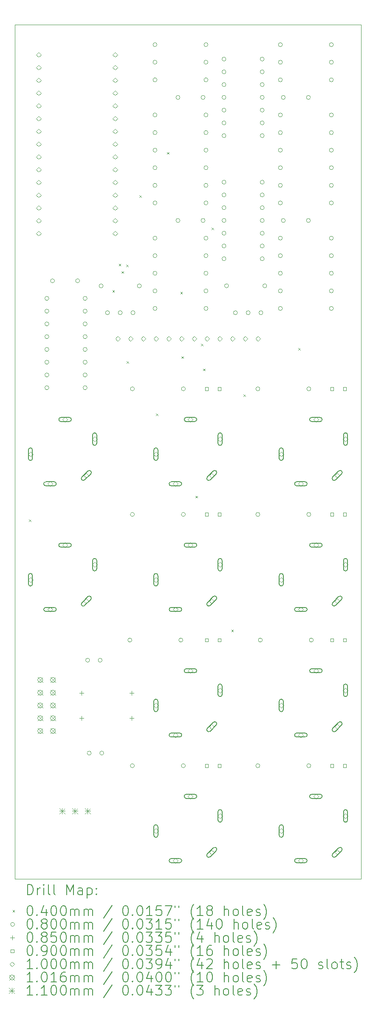
<source format=gbr>
%FSLAX45Y45*%
G04 Gerber Fmt 4.5, Leading zero omitted, Abs format (unit mm)*
G04 Created by KiCad (PCBNEW (6.0.5)) date 2022-11-21 20:26:28*
%MOMM*%
%LPD*%
G01*
G04 APERTURE LIST*
%TA.AperFunction,Profile*%
%ADD10C,0.100000*%
%TD*%
%ADD11C,0.200000*%
%ADD12C,0.040000*%
%ADD13C,0.080000*%
%ADD14C,0.085000*%
%ADD15C,0.090000*%
%ADD16C,0.100000*%
%ADD17C,0.101600*%
%ADD18C,0.110000*%
G04 APERTURE END LIST*
D10*
X10300000Y-1500000D02*
X17200000Y-1500000D01*
X17200000Y-1500000D02*
X17200000Y-18500000D01*
X17200000Y-18500000D02*
X10300000Y-18500000D01*
X10300000Y-18500000D02*
X10300000Y-1500000D01*
D11*
D12*
X10580000Y-11350000D02*
X10620000Y-11390000D01*
X10620000Y-11350000D02*
X10580000Y-11390000D01*
X12244540Y-6785180D02*
X12284540Y-6825180D01*
X12284540Y-6785180D02*
X12244540Y-6825180D01*
X12371610Y-6261600D02*
X12411610Y-6301600D01*
X12411610Y-6261600D02*
X12371610Y-6301600D01*
X12428890Y-6409680D02*
X12468890Y-6449680D01*
X12468890Y-6409680D02*
X12428890Y-6449680D01*
X12520370Y-6279470D02*
X12560370Y-6319470D01*
X12560370Y-6279470D02*
X12520370Y-6319470D01*
X12530000Y-8200000D02*
X12570000Y-8240000D01*
X12570000Y-8200000D02*
X12530000Y-8240000D01*
X12780000Y-4900000D02*
X12820000Y-4940000D01*
X12820000Y-4900000D02*
X12780000Y-4940000D01*
X13110000Y-9240000D02*
X13150000Y-9280000D01*
X13150000Y-9240000D02*
X13110000Y-9280000D01*
X13330000Y-4040000D02*
X13370000Y-4080000D01*
X13370000Y-4040000D02*
X13330000Y-4080000D01*
X13600000Y-6820000D02*
X13640000Y-6860000D01*
X13640000Y-6820000D02*
X13600000Y-6860000D01*
X13622220Y-8102780D02*
X13662220Y-8142780D01*
X13662220Y-8102780D02*
X13622220Y-8142780D01*
X13900000Y-10880000D02*
X13940000Y-10920000D01*
X13940000Y-10880000D02*
X13900000Y-10920000D01*
X14010650Y-7851080D02*
X14050650Y-7891080D01*
X14050650Y-7851080D02*
X14010650Y-7891080D01*
X14050000Y-8350000D02*
X14090000Y-8390000D01*
X14090000Y-8350000D02*
X14050000Y-8390000D01*
X14220000Y-5540000D02*
X14260000Y-5580000D01*
X14260000Y-5540000D02*
X14220000Y-5580000D01*
X14615260Y-13542250D02*
X14655260Y-13582250D01*
X14655260Y-13542250D02*
X14615260Y-13582250D01*
X14857370Y-8858900D02*
X14897370Y-8898900D01*
X14897370Y-8858900D02*
X14857370Y-8898900D01*
X15950000Y-7940000D02*
X15990000Y-7980000D01*
X15990000Y-7940000D02*
X15950000Y-7980000D01*
D13*
X10978000Y-6950000D02*
G75*
G03*
X10978000Y-6950000I-40000J0D01*
G01*
X10978000Y-7204000D02*
G75*
G03*
X10978000Y-7204000I-40000J0D01*
G01*
X10978000Y-7458000D02*
G75*
G03*
X10978000Y-7458000I-40000J0D01*
G01*
X10978000Y-7712000D02*
G75*
G03*
X10978000Y-7712000I-40000J0D01*
G01*
X10978000Y-7966000D02*
G75*
G03*
X10978000Y-7966000I-40000J0D01*
G01*
X10978000Y-8220000D02*
G75*
G03*
X10978000Y-8220000I-40000J0D01*
G01*
X10978000Y-8474000D02*
G75*
G03*
X10978000Y-8474000I-40000J0D01*
G01*
X10978000Y-8728000D02*
G75*
G03*
X10978000Y-8728000I-40000J0D01*
G01*
X11090000Y-6600000D02*
G75*
G03*
X11090000Y-6600000I-40000J0D01*
G01*
X11590000Y-6600000D02*
G75*
G03*
X11590000Y-6600000I-40000J0D01*
G01*
X11740000Y-6950000D02*
G75*
G03*
X11740000Y-6950000I-40000J0D01*
G01*
X11740000Y-7204000D02*
G75*
G03*
X11740000Y-7204000I-40000J0D01*
G01*
X11740000Y-7458000D02*
G75*
G03*
X11740000Y-7458000I-40000J0D01*
G01*
X11740000Y-7712000D02*
G75*
G03*
X11740000Y-7712000I-40000J0D01*
G01*
X11740000Y-7966000D02*
G75*
G03*
X11740000Y-7966000I-40000J0D01*
G01*
X11740000Y-8220000D02*
G75*
G03*
X11740000Y-8220000I-40000J0D01*
G01*
X11740000Y-8474000D02*
G75*
G03*
X11740000Y-8474000I-40000J0D01*
G01*
X11740000Y-8728000D02*
G75*
G03*
X11740000Y-8728000I-40000J0D01*
G01*
X11790000Y-14150000D02*
G75*
G03*
X11790000Y-14150000I-40000J0D01*
G01*
X11821760Y-16000000D02*
G75*
G03*
X11821760Y-16000000I-40000J0D01*
G01*
X12040000Y-14150000D02*
G75*
G03*
X12040000Y-14150000I-40000J0D01*
G01*
X12059000Y-6700000D02*
G75*
G03*
X12059000Y-6700000I-40000J0D01*
G01*
X12071760Y-16000000D02*
G75*
G03*
X12071760Y-16000000I-40000J0D01*
G01*
X12186000Y-7236000D02*
G75*
G03*
X12186000Y-7236000I-40000J0D01*
G01*
X12440000Y-7236000D02*
G75*
G03*
X12440000Y-7236000I-40000J0D01*
G01*
X12632000Y-13750000D02*
G75*
G03*
X12632000Y-13750000I-40000J0D01*
G01*
X12682000Y-8750000D02*
G75*
G03*
X12682000Y-8750000I-40000J0D01*
G01*
X12682000Y-11250000D02*
G75*
G03*
X12682000Y-11250000I-40000J0D01*
G01*
X12682000Y-16250000D02*
G75*
G03*
X12682000Y-16250000I-40000J0D01*
G01*
X12694000Y-7236000D02*
G75*
G03*
X12694000Y-7236000I-40000J0D01*
G01*
X12821000Y-6700000D02*
G75*
G03*
X12821000Y-6700000I-40000J0D01*
G01*
X13132000Y-1900000D02*
G75*
G03*
X13132000Y-1900000I-40000J0D01*
G01*
X13132000Y-2250000D02*
G75*
G03*
X13132000Y-2250000I-40000J0D01*
G01*
X13132000Y-2600000D02*
G75*
G03*
X13132000Y-2600000I-40000J0D01*
G01*
X13132000Y-3300000D02*
G75*
G03*
X13132000Y-3300000I-40000J0D01*
G01*
X13132000Y-3650000D02*
G75*
G03*
X13132000Y-3650000I-40000J0D01*
G01*
X13132000Y-4000000D02*
G75*
G03*
X13132000Y-4000000I-40000J0D01*
G01*
X13132000Y-4350000D02*
G75*
G03*
X13132000Y-4350000I-40000J0D01*
G01*
X13132000Y-4700000D02*
G75*
G03*
X13132000Y-4700000I-40000J0D01*
G01*
X13132000Y-5050000D02*
G75*
G03*
X13132000Y-5050000I-40000J0D01*
G01*
X13132000Y-5750000D02*
G75*
G03*
X13132000Y-5750000I-40000J0D01*
G01*
X13132000Y-6100000D02*
G75*
G03*
X13132000Y-6100000I-40000J0D01*
G01*
X13132000Y-6450000D02*
G75*
G03*
X13132000Y-6450000I-40000J0D01*
G01*
X13132000Y-6800000D02*
G75*
G03*
X13132000Y-6800000I-40000J0D01*
G01*
X13132000Y-7150000D02*
G75*
G03*
X13132000Y-7150000I-40000J0D01*
G01*
X13590000Y-2950000D02*
G75*
G03*
X13590000Y-2950000I-40000J0D01*
G01*
X13590000Y-5400000D02*
G75*
G03*
X13590000Y-5400000I-40000J0D01*
G01*
X13648000Y-13750000D02*
G75*
G03*
X13648000Y-13750000I-40000J0D01*
G01*
X13698000Y-8750000D02*
G75*
G03*
X13698000Y-8750000I-40000J0D01*
G01*
X13698000Y-11250000D02*
G75*
G03*
X13698000Y-11250000I-40000J0D01*
G01*
X13698000Y-16250000D02*
G75*
G03*
X13698000Y-16250000I-40000J0D01*
G01*
X14090000Y-2950000D02*
G75*
G03*
X14090000Y-2950000I-40000J0D01*
G01*
X14090000Y-5400000D02*
G75*
G03*
X14090000Y-5400000I-40000J0D01*
G01*
X14148000Y-1900000D02*
G75*
G03*
X14148000Y-1900000I-40000J0D01*
G01*
X14148000Y-2250000D02*
G75*
G03*
X14148000Y-2250000I-40000J0D01*
G01*
X14148000Y-2600000D02*
G75*
G03*
X14148000Y-2600000I-40000J0D01*
G01*
X14148000Y-3300000D02*
G75*
G03*
X14148000Y-3300000I-40000J0D01*
G01*
X14148000Y-3650000D02*
G75*
G03*
X14148000Y-3650000I-40000J0D01*
G01*
X14148000Y-4000000D02*
G75*
G03*
X14148000Y-4000000I-40000J0D01*
G01*
X14148000Y-4350000D02*
G75*
G03*
X14148000Y-4350000I-40000J0D01*
G01*
X14148000Y-4700000D02*
G75*
G03*
X14148000Y-4700000I-40000J0D01*
G01*
X14148000Y-5050000D02*
G75*
G03*
X14148000Y-5050000I-40000J0D01*
G01*
X14148000Y-5750000D02*
G75*
G03*
X14148000Y-5750000I-40000J0D01*
G01*
X14148000Y-6100000D02*
G75*
G03*
X14148000Y-6100000I-40000J0D01*
G01*
X14148000Y-6450000D02*
G75*
G03*
X14148000Y-6450000I-40000J0D01*
G01*
X14148000Y-6800000D02*
G75*
G03*
X14148000Y-6800000I-40000J0D01*
G01*
X14148000Y-7150000D02*
G75*
G03*
X14148000Y-7150000I-40000J0D01*
G01*
X14508000Y-2187500D02*
G75*
G03*
X14508000Y-2187500I-40000J0D01*
G01*
X14508000Y-2441500D02*
G75*
G03*
X14508000Y-2441500I-40000J0D01*
G01*
X14508000Y-2695500D02*
G75*
G03*
X14508000Y-2695500I-40000J0D01*
G01*
X14508000Y-2949500D02*
G75*
G03*
X14508000Y-2949500I-40000J0D01*
G01*
X14508000Y-3203500D02*
G75*
G03*
X14508000Y-3203500I-40000J0D01*
G01*
X14508000Y-3457500D02*
G75*
G03*
X14508000Y-3457500I-40000J0D01*
G01*
X14508000Y-3711500D02*
G75*
G03*
X14508000Y-3711500I-40000J0D01*
G01*
X14508000Y-4637500D02*
G75*
G03*
X14508000Y-4637500I-40000J0D01*
G01*
X14508000Y-4891500D02*
G75*
G03*
X14508000Y-4891500I-40000J0D01*
G01*
X14508000Y-5145500D02*
G75*
G03*
X14508000Y-5145500I-40000J0D01*
G01*
X14508000Y-5399500D02*
G75*
G03*
X14508000Y-5399500I-40000J0D01*
G01*
X14508000Y-5653500D02*
G75*
G03*
X14508000Y-5653500I-40000J0D01*
G01*
X14508000Y-5907500D02*
G75*
G03*
X14508000Y-5907500I-40000J0D01*
G01*
X14508000Y-6161500D02*
G75*
G03*
X14508000Y-6161500I-40000J0D01*
G01*
X14559000Y-6700000D02*
G75*
G03*
X14559000Y-6700000I-40000J0D01*
G01*
X14736000Y-7236000D02*
G75*
G03*
X14736000Y-7236000I-40000J0D01*
G01*
X14990000Y-7236000D02*
G75*
G03*
X14990000Y-7236000I-40000J0D01*
G01*
X15182000Y-8750000D02*
G75*
G03*
X15182000Y-8750000I-40000J0D01*
G01*
X15182000Y-11250000D02*
G75*
G03*
X15182000Y-11250000I-40000J0D01*
G01*
X15182000Y-16250000D02*
G75*
G03*
X15182000Y-16250000I-40000J0D01*
G01*
X15232000Y-13750000D02*
G75*
G03*
X15232000Y-13750000I-40000J0D01*
G01*
X15244000Y-7236000D02*
G75*
G03*
X15244000Y-7236000I-40000J0D01*
G01*
X15270000Y-2187500D02*
G75*
G03*
X15270000Y-2187500I-40000J0D01*
G01*
X15270000Y-2441500D02*
G75*
G03*
X15270000Y-2441500I-40000J0D01*
G01*
X15270000Y-2695500D02*
G75*
G03*
X15270000Y-2695500I-40000J0D01*
G01*
X15270000Y-2949500D02*
G75*
G03*
X15270000Y-2949500I-40000J0D01*
G01*
X15270000Y-3203500D02*
G75*
G03*
X15270000Y-3203500I-40000J0D01*
G01*
X15270000Y-3457500D02*
G75*
G03*
X15270000Y-3457500I-40000J0D01*
G01*
X15270000Y-3711500D02*
G75*
G03*
X15270000Y-3711500I-40000J0D01*
G01*
X15270000Y-4637500D02*
G75*
G03*
X15270000Y-4637500I-40000J0D01*
G01*
X15270000Y-4891500D02*
G75*
G03*
X15270000Y-4891500I-40000J0D01*
G01*
X15270000Y-5145500D02*
G75*
G03*
X15270000Y-5145500I-40000J0D01*
G01*
X15270000Y-5399500D02*
G75*
G03*
X15270000Y-5399500I-40000J0D01*
G01*
X15270000Y-5653500D02*
G75*
G03*
X15270000Y-5653500I-40000J0D01*
G01*
X15270000Y-5907500D02*
G75*
G03*
X15270000Y-5907500I-40000J0D01*
G01*
X15270000Y-6161500D02*
G75*
G03*
X15270000Y-6161500I-40000J0D01*
G01*
X15321000Y-6700000D02*
G75*
G03*
X15321000Y-6700000I-40000J0D01*
G01*
X15632000Y-1900000D02*
G75*
G03*
X15632000Y-1900000I-40000J0D01*
G01*
X15632000Y-2250000D02*
G75*
G03*
X15632000Y-2250000I-40000J0D01*
G01*
X15632000Y-2600000D02*
G75*
G03*
X15632000Y-2600000I-40000J0D01*
G01*
X15632000Y-3300000D02*
G75*
G03*
X15632000Y-3300000I-40000J0D01*
G01*
X15632000Y-3650000D02*
G75*
G03*
X15632000Y-3650000I-40000J0D01*
G01*
X15632000Y-4000000D02*
G75*
G03*
X15632000Y-4000000I-40000J0D01*
G01*
X15632000Y-4350000D02*
G75*
G03*
X15632000Y-4350000I-40000J0D01*
G01*
X15632000Y-4700000D02*
G75*
G03*
X15632000Y-4700000I-40000J0D01*
G01*
X15632000Y-5050000D02*
G75*
G03*
X15632000Y-5050000I-40000J0D01*
G01*
X15632000Y-5750000D02*
G75*
G03*
X15632000Y-5750000I-40000J0D01*
G01*
X15632000Y-6100000D02*
G75*
G03*
X15632000Y-6100000I-40000J0D01*
G01*
X15632000Y-6450000D02*
G75*
G03*
X15632000Y-6450000I-40000J0D01*
G01*
X15632000Y-6800000D02*
G75*
G03*
X15632000Y-6800000I-40000J0D01*
G01*
X15632000Y-7150000D02*
G75*
G03*
X15632000Y-7150000I-40000J0D01*
G01*
X15690000Y-2950000D02*
G75*
G03*
X15690000Y-2950000I-40000J0D01*
G01*
X15690000Y-5400000D02*
G75*
G03*
X15690000Y-5400000I-40000J0D01*
G01*
X16190000Y-2950000D02*
G75*
G03*
X16190000Y-2950000I-40000J0D01*
G01*
X16190000Y-5400000D02*
G75*
G03*
X16190000Y-5400000I-40000J0D01*
G01*
X16198000Y-8750000D02*
G75*
G03*
X16198000Y-8750000I-40000J0D01*
G01*
X16198000Y-11250000D02*
G75*
G03*
X16198000Y-11250000I-40000J0D01*
G01*
X16198000Y-16250000D02*
G75*
G03*
X16198000Y-16250000I-40000J0D01*
G01*
X16248000Y-13750000D02*
G75*
G03*
X16248000Y-13750000I-40000J0D01*
G01*
X16648000Y-1900000D02*
G75*
G03*
X16648000Y-1900000I-40000J0D01*
G01*
X16648000Y-2250000D02*
G75*
G03*
X16648000Y-2250000I-40000J0D01*
G01*
X16648000Y-2600000D02*
G75*
G03*
X16648000Y-2600000I-40000J0D01*
G01*
X16648000Y-3300000D02*
G75*
G03*
X16648000Y-3300000I-40000J0D01*
G01*
X16648000Y-3650000D02*
G75*
G03*
X16648000Y-3650000I-40000J0D01*
G01*
X16648000Y-4000000D02*
G75*
G03*
X16648000Y-4000000I-40000J0D01*
G01*
X16648000Y-4350000D02*
G75*
G03*
X16648000Y-4350000I-40000J0D01*
G01*
X16648000Y-4700000D02*
G75*
G03*
X16648000Y-4700000I-40000J0D01*
G01*
X16648000Y-5050000D02*
G75*
G03*
X16648000Y-5050000I-40000J0D01*
G01*
X16648000Y-5750000D02*
G75*
G03*
X16648000Y-5750000I-40000J0D01*
G01*
X16648000Y-6100000D02*
G75*
G03*
X16648000Y-6100000I-40000J0D01*
G01*
X16648000Y-6450000D02*
G75*
G03*
X16648000Y-6450000I-40000J0D01*
G01*
X16648000Y-6800000D02*
G75*
G03*
X16648000Y-6800000I-40000J0D01*
G01*
X16648000Y-7150000D02*
G75*
G03*
X16648000Y-7150000I-40000J0D01*
G01*
D14*
X11631760Y-14757500D02*
X11631760Y-14842500D01*
X11589260Y-14800000D02*
X11674260Y-14800000D01*
X11631760Y-15257500D02*
X11631760Y-15342500D01*
X11589260Y-15300000D02*
X11674260Y-15300000D01*
X12631760Y-14757500D02*
X12631760Y-14842500D01*
X12589260Y-14800000D02*
X12674260Y-14800000D01*
X12631760Y-15257500D02*
X12631760Y-15342500D01*
X12589260Y-15300000D02*
X12674260Y-15300000D01*
D15*
X14154320Y-8781820D02*
X14154320Y-8718180D01*
X14090680Y-8718180D01*
X14090680Y-8781820D01*
X14154320Y-8781820D01*
X14154320Y-11281820D02*
X14154320Y-11218180D01*
X14090680Y-11218180D01*
X14090680Y-11281820D01*
X14154320Y-11281820D01*
X14154320Y-13781820D02*
X14154320Y-13718180D01*
X14090680Y-13718180D01*
X14090680Y-13781820D01*
X14154320Y-13781820D01*
X14154320Y-16281820D02*
X14154320Y-16218180D01*
X14090680Y-16218180D01*
X14090680Y-16281820D01*
X14154320Y-16281820D01*
X14408320Y-8781820D02*
X14408320Y-8718180D01*
X14344680Y-8718180D01*
X14344680Y-8781820D01*
X14408320Y-8781820D01*
X14408320Y-11281820D02*
X14408320Y-11218180D01*
X14344680Y-11218180D01*
X14344680Y-11281820D01*
X14408320Y-11281820D01*
X14408320Y-13781820D02*
X14408320Y-13718180D01*
X14344680Y-13718180D01*
X14344680Y-13781820D01*
X14408320Y-13781820D01*
X14408320Y-16281820D02*
X14408320Y-16218180D01*
X14344680Y-16218180D01*
X14344680Y-16281820D01*
X14408320Y-16281820D01*
X16654320Y-8781820D02*
X16654320Y-8718180D01*
X16590680Y-8718180D01*
X16590680Y-8781820D01*
X16654320Y-8781820D01*
X16654320Y-11281820D02*
X16654320Y-11218180D01*
X16590680Y-11218180D01*
X16590680Y-11281820D01*
X16654320Y-11281820D01*
X16654320Y-13781820D02*
X16654320Y-13718180D01*
X16590680Y-13718180D01*
X16590680Y-13781820D01*
X16654320Y-13781820D01*
X16654320Y-16281820D02*
X16654320Y-16218180D01*
X16590680Y-16218180D01*
X16590680Y-16281820D01*
X16654320Y-16281820D01*
X16908320Y-8781820D02*
X16908320Y-8718180D01*
X16844680Y-8718180D01*
X16844680Y-8781820D01*
X16908320Y-8781820D01*
X16908320Y-11281820D02*
X16908320Y-11218180D01*
X16844680Y-11218180D01*
X16844680Y-11281820D01*
X16908320Y-11281820D01*
X16908320Y-13781820D02*
X16908320Y-13718180D01*
X16844680Y-13718180D01*
X16844680Y-13781820D01*
X16908320Y-13781820D01*
X16908320Y-16281820D02*
X16908320Y-16218180D01*
X16844680Y-16218180D01*
X16844680Y-16281820D01*
X16908320Y-16281820D01*
D16*
X10610000Y-10100000D02*
X10660000Y-10050000D01*
X10610000Y-10000000D01*
X10560000Y-10050000D01*
X10610000Y-10100000D01*
D11*
X10570000Y-9965000D02*
X10570000Y-10135000D01*
X10650000Y-9965000D02*
X10650000Y-10135000D01*
X10570000Y-10135000D02*
G75*
G03*
X10650000Y-10135000I40000J0D01*
G01*
X10650000Y-9965000D02*
G75*
G03*
X10570000Y-9965000I-40000J0D01*
G01*
D16*
X10610000Y-12600000D02*
X10660000Y-12550000D01*
X10610000Y-12500000D01*
X10560000Y-12550000D01*
X10610000Y-12600000D01*
D11*
X10570000Y-12465000D02*
X10570000Y-12635000D01*
X10650000Y-12465000D02*
X10650000Y-12635000D01*
X10570000Y-12635000D02*
G75*
G03*
X10650000Y-12635000I40000J0D01*
G01*
X10650000Y-12465000D02*
G75*
G03*
X10570000Y-12465000I-40000J0D01*
G01*
D16*
X10776000Y-2150000D02*
X10826000Y-2100000D01*
X10776000Y-2050000D01*
X10726000Y-2100000D01*
X10776000Y-2150000D01*
X10776000Y-2404000D02*
X10826000Y-2354000D01*
X10776000Y-2304000D01*
X10726000Y-2354000D01*
X10776000Y-2404000D01*
X10776000Y-2658000D02*
X10826000Y-2608000D01*
X10776000Y-2558000D01*
X10726000Y-2608000D01*
X10776000Y-2658000D01*
X10776000Y-2912000D02*
X10826000Y-2862000D01*
X10776000Y-2812000D01*
X10726000Y-2862000D01*
X10776000Y-2912000D01*
X10776000Y-3166000D02*
X10826000Y-3116000D01*
X10776000Y-3066000D01*
X10726000Y-3116000D01*
X10776000Y-3166000D01*
X10776000Y-3420000D02*
X10826000Y-3370000D01*
X10776000Y-3320000D01*
X10726000Y-3370000D01*
X10776000Y-3420000D01*
X10776000Y-3674000D02*
X10826000Y-3624000D01*
X10776000Y-3574000D01*
X10726000Y-3624000D01*
X10776000Y-3674000D01*
X10776000Y-3928000D02*
X10826000Y-3878000D01*
X10776000Y-3828000D01*
X10726000Y-3878000D01*
X10776000Y-3928000D01*
X10776000Y-4182000D02*
X10826000Y-4132000D01*
X10776000Y-4082000D01*
X10726000Y-4132000D01*
X10776000Y-4182000D01*
X10776000Y-4436000D02*
X10826000Y-4386000D01*
X10776000Y-4336000D01*
X10726000Y-4386000D01*
X10776000Y-4436000D01*
X10776000Y-4690000D02*
X10826000Y-4640000D01*
X10776000Y-4590000D01*
X10726000Y-4640000D01*
X10776000Y-4690000D01*
X10776000Y-4944000D02*
X10826000Y-4894000D01*
X10776000Y-4844000D01*
X10726000Y-4894000D01*
X10776000Y-4944000D01*
X10776000Y-5198000D02*
X10826000Y-5148000D01*
X10776000Y-5098000D01*
X10726000Y-5148000D01*
X10776000Y-5198000D01*
X10776000Y-5452000D02*
X10826000Y-5402000D01*
X10776000Y-5352000D01*
X10726000Y-5402000D01*
X10776000Y-5452000D01*
X10776000Y-5706000D02*
X10826000Y-5656000D01*
X10776000Y-5606000D01*
X10726000Y-5656000D01*
X10776000Y-5706000D01*
X11000000Y-10690000D02*
X11050000Y-10640000D01*
X11000000Y-10590000D01*
X10950000Y-10640000D01*
X11000000Y-10690000D01*
D11*
X10915000Y-10680000D02*
X11085000Y-10680000D01*
X10915000Y-10600000D02*
X11085000Y-10600000D01*
X11085000Y-10680000D02*
G75*
G03*
X11085000Y-10600000I0J40000D01*
G01*
X10915000Y-10600000D02*
G75*
G03*
X10915000Y-10680000I0J-40000D01*
G01*
D16*
X11000000Y-13190000D02*
X11050000Y-13140000D01*
X11000000Y-13090000D01*
X10950000Y-13140000D01*
X11000000Y-13190000D01*
D11*
X10915000Y-13180000D02*
X11085000Y-13180000D01*
X10915000Y-13100000D02*
X11085000Y-13100000D01*
X11085000Y-13180000D02*
G75*
G03*
X11085000Y-13100000I0J40000D01*
G01*
X10915000Y-13100000D02*
G75*
G03*
X10915000Y-13180000I0J-40000D01*
G01*
D16*
X11300000Y-9410000D02*
X11350000Y-9360000D01*
X11300000Y-9310000D01*
X11250000Y-9360000D01*
X11300000Y-9410000D01*
D11*
X11215000Y-9400000D02*
X11385000Y-9400000D01*
X11215000Y-9320000D02*
X11385000Y-9320000D01*
X11385000Y-9400000D02*
G75*
G03*
X11385000Y-9320000I0J40000D01*
G01*
X11215000Y-9320000D02*
G75*
G03*
X11215000Y-9400000I0J-40000D01*
G01*
D16*
X11300000Y-11910000D02*
X11350000Y-11860000D01*
X11300000Y-11810000D01*
X11250000Y-11860000D01*
X11300000Y-11910000D01*
D11*
X11215000Y-11900000D02*
X11385000Y-11900000D01*
X11215000Y-11820000D02*
X11385000Y-11820000D01*
X11385000Y-11900000D02*
G75*
G03*
X11385000Y-11820000I0J40000D01*
G01*
X11215000Y-11820000D02*
G75*
G03*
X11215000Y-11900000I0J-40000D01*
G01*
D16*
X11724000Y-10524000D02*
X11774000Y-10474000D01*
X11724000Y-10424000D01*
X11674000Y-10474000D01*
X11724000Y-10524000D01*
D11*
X11692180Y-10562388D02*
X11812388Y-10442180D01*
X11635612Y-10505820D02*
X11755820Y-10385612D01*
X11812388Y-10442180D02*
G75*
G03*
X11755820Y-10385612I-28284J28284D01*
G01*
X11635612Y-10505820D02*
G75*
G03*
X11692180Y-10562388I28284J-28284D01*
G01*
D16*
X11724000Y-13024000D02*
X11774000Y-12974000D01*
X11724000Y-12924000D01*
X11674000Y-12974000D01*
X11724000Y-13024000D01*
D11*
X11692180Y-13062388D02*
X11812388Y-12942180D01*
X11635612Y-13005820D02*
X11755820Y-12885612D01*
X11812388Y-12942180D02*
G75*
G03*
X11755820Y-12885612I-28284J28284D01*
G01*
X11635612Y-13005820D02*
G75*
G03*
X11692180Y-13062388I28284J-28284D01*
G01*
D16*
X11890000Y-9800000D02*
X11940000Y-9750000D01*
X11890000Y-9700000D01*
X11840000Y-9750000D01*
X11890000Y-9800000D01*
D11*
X11850000Y-9665000D02*
X11850000Y-9835000D01*
X11930000Y-9665000D02*
X11930000Y-9835000D01*
X11850000Y-9835000D02*
G75*
G03*
X11930000Y-9835000I40000J0D01*
G01*
X11930000Y-9665000D02*
G75*
G03*
X11850000Y-9665000I-40000J0D01*
G01*
D16*
X11890000Y-12300000D02*
X11940000Y-12250000D01*
X11890000Y-12200000D01*
X11840000Y-12250000D01*
X11890000Y-12300000D01*
D11*
X11850000Y-12165000D02*
X11850000Y-12335000D01*
X11930000Y-12165000D02*
X11930000Y-12335000D01*
X11850000Y-12335000D02*
G75*
G03*
X11930000Y-12335000I40000J0D01*
G01*
X11930000Y-12165000D02*
G75*
G03*
X11850000Y-12165000I-40000J0D01*
G01*
D16*
X12300000Y-2150000D02*
X12350000Y-2100000D01*
X12300000Y-2050000D01*
X12250000Y-2100000D01*
X12300000Y-2150000D01*
X12300000Y-2404000D02*
X12350000Y-2354000D01*
X12300000Y-2304000D01*
X12250000Y-2354000D01*
X12300000Y-2404000D01*
X12300000Y-2658000D02*
X12350000Y-2608000D01*
X12300000Y-2558000D01*
X12250000Y-2608000D01*
X12300000Y-2658000D01*
X12300000Y-2912000D02*
X12350000Y-2862000D01*
X12300000Y-2812000D01*
X12250000Y-2862000D01*
X12300000Y-2912000D01*
X12300000Y-3166000D02*
X12350000Y-3116000D01*
X12300000Y-3066000D01*
X12250000Y-3116000D01*
X12300000Y-3166000D01*
X12300000Y-3420000D02*
X12350000Y-3370000D01*
X12300000Y-3320000D01*
X12250000Y-3370000D01*
X12300000Y-3420000D01*
X12300000Y-3674000D02*
X12350000Y-3624000D01*
X12300000Y-3574000D01*
X12250000Y-3624000D01*
X12300000Y-3674000D01*
X12300000Y-3928000D02*
X12350000Y-3878000D01*
X12300000Y-3828000D01*
X12250000Y-3878000D01*
X12300000Y-3928000D01*
X12300000Y-4182000D02*
X12350000Y-4132000D01*
X12300000Y-4082000D01*
X12250000Y-4132000D01*
X12300000Y-4182000D01*
X12300000Y-4436000D02*
X12350000Y-4386000D01*
X12300000Y-4336000D01*
X12250000Y-4386000D01*
X12300000Y-4436000D01*
X12300000Y-4690000D02*
X12350000Y-4640000D01*
X12300000Y-4590000D01*
X12250000Y-4640000D01*
X12300000Y-4690000D01*
X12300000Y-4944000D02*
X12350000Y-4894000D01*
X12300000Y-4844000D01*
X12250000Y-4894000D01*
X12300000Y-4944000D01*
X12300000Y-5198000D02*
X12350000Y-5148000D01*
X12300000Y-5098000D01*
X12250000Y-5148000D01*
X12300000Y-5198000D01*
X12300000Y-5452000D02*
X12350000Y-5402000D01*
X12300000Y-5352000D01*
X12250000Y-5402000D01*
X12300000Y-5452000D01*
X12300000Y-5706000D02*
X12350000Y-5656000D01*
X12300000Y-5606000D01*
X12250000Y-5656000D01*
X12300000Y-5706000D01*
X12352500Y-7800000D02*
X12402500Y-7750000D01*
X12352500Y-7700000D01*
X12302500Y-7750000D01*
X12352500Y-7800000D01*
X12606500Y-7800000D02*
X12656500Y-7750000D01*
X12606500Y-7700000D01*
X12556500Y-7750000D01*
X12606500Y-7800000D01*
X12860500Y-7800000D02*
X12910500Y-7750000D01*
X12860500Y-7700000D01*
X12810500Y-7750000D01*
X12860500Y-7800000D01*
X13110000Y-10100000D02*
X13160000Y-10050000D01*
X13110000Y-10000000D01*
X13060000Y-10050000D01*
X13110000Y-10100000D01*
D11*
X13070000Y-9965000D02*
X13070000Y-10135000D01*
X13150000Y-9965000D02*
X13150000Y-10135000D01*
X13070000Y-10135000D02*
G75*
G03*
X13150000Y-10135000I40000J0D01*
G01*
X13150000Y-9965000D02*
G75*
G03*
X13070000Y-9965000I-40000J0D01*
G01*
D16*
X13110000Y-12600000D02*
X13160000Y-12550000D01*
X13110000Y-12500000D01*
X13060000Y-12550000D01*
X13110000Y-12600000D01*
D11*
X13070000Y-12465000D02*
X13070000Y-12635000D01*
X13150000Y-12465000D02*
X13150000Y-12635000D01*
X13070000Y-12635000D02*
G75*
G03*
X13150000Y-12635000I40000J0D01*
G01*
X13150000Y-12465000D02*
G75*
G03*
X13070000Y-12465000I-40000J0D01*
G01*
D16*
X13110000Y-15100000D02*
X13160000Y-15050000D01*
X13110000Y-15000000D01*
X13060000Y-15050000D01*
X13110000Y-15100000D01*
D11*
X13070000Y-14965000D02*
X13070000Y-15135000D01*
X13150000Y-14965000D02*
X13150000Y-15135000D01*
X13070000Y-15135000D02*
G75*
G03*
X13150000Y-15135000I40000J0D01*
G01*
X13150000Y-14965000D02*
G75*
G03*
X13070000Y-14965000I-40000J0D01*
G01*
D16*
X13110000Y-17600000D02*
X13160000Y-17550000D01*
X13110000Y-17500000D01*
X13060000Y-17550000D01*
X13110000Y-17600000D01*
D11*
X13070000Y-17465000D02*
X13070000Y-17635000D01*
X13150000Y-17465000D02*
X13150000Y-17635000D01*
X13070000Y-17635000D02*
G75*
G03*
X13150000Y-17635000I40000J0D01*
G01*
X13150000Y-17465000D02*
G75*
G03*
X13070000Y-17465000I-40000J0D01*
G01*
D16*
X13114500Y-7800000D02*
X13164500Y-7750000D01*
X13114500Y-7700000D01*
X13064500Y-7750000D01*
X13114500Y-7800000D01*
X13368500Y-7800000D02*
X13418500Y-7750000D01*
X13368500Y-7700000D01*
X13318500Y-7750000D01*
X13368500Y-7800000D01*
X13500000Y-10690000D02*
X13550000Y-10640000D01*
X13500000Y-10590000D01*
X13450000Y-10640000D01*
X13500000Y-10690000D01*
D11*
X13415000Y-10680000D02*
X13585000Y-10680000D01*
X13415000Y-10600000D02*
X13585000Y-10600000D01*
X13585000Y-10680000D02*
G75*
G03*
X13585000Y-10600000I0J40000D01*
G01*
X13415000Y-10600000D02*
G75*
G03*
X13415000Y-10680000I0J-40000D01*
G01*
D16*
X13500000Y-13190000D02*
X13550000Y-13140000D01*
X13500000Y-13090000D01*
X13450000Y-13140000D01*
X13500000Y-13190000D01*
D11*
X13415000Y-13180000D02*
X13585000Y-13180000D01*
X13415000Y-13100000D02*
X13585000Y-13100000D01*
X13585000Y-13180000D02*
G75*
G03*
X13585000Y-13100000I0J40000D01*
G01*
X13415000Y-13100000D02*
G75*
G03*
X13415000Y-13180000I0J-40000D01*
G01*
D16*
X13500000Y-15690000D02*
X13550000Y-15640000D01*
X13500000Y-15590000D01*
X13450000Y-15640000D01*
X13500000Y-15690000D01*
D11*
X13415000Y-15680000D02*
X13585000Y-15680000D01*
X13415000Y-15600000D02*
X13585000Y-15600000D01*
X13585000Y-15680000D02*
G75*
G03*
X13585000Y-15600000I0J40000D01*
G01*
X13415000Y-15600000D02*
G75*
G03*
X13415000Y-15680000I0J-40000D01*
G01*
D16*
X13500000Y-18190000D02*
X13550000Y-18140000D01*
X13500000Y-18090000D01*
X13450000Y-18140000D01*
X13500000Y-18190000D01*
D11*
X13415000Y-18180000D02*
X13585000Y-18180000D01*
X13415000Y-18100000D02*
X13585000Y-18100000D01*
X13585000Y-18180000D02*
G75*
G03*
X13585000Y-18100000I0J40000D01*
G01*
X13415000Y-18100000D02*
G75*
G03*
X13415000Y-18180000I0J-40000D01*
G01*
D16*
X13622500Y-7800000D02*
X13672500Y-7750000D01*
X13622500Y-7700000D01*
X13572500Y-7750000D01*
X13622500Y-7800000D01*
X13800000Y-9410000D02*
X13850000Y-9360000D01*
X13800000Y-9310000D01*
X13750000Y-9360000D01*
X13800000Y-9410000D01*
D11*
X13715000Y-9400000D02*
X13885000Y-9400000D01*
X13715000Y-9320000D02*
X13885000Y-9320000D01*
X13885000Y-9400000D02*
G75*
G03*
X13885000Y-9320000I0J40000D01*
G01*
X13715000Y-9320000D02*
G75*
G03*
X13715000Y-9400000I0J-40000D01*
G01*
D16*
X13800000Y-11910000D02*
X13850000Y-11860000D01*
X13800000Y-11810000D01*
X13750000Y-11860000D01*
X13800000Y-11910000D01*
D11*
X13715000Y-11900000D02*
X13885000Y-11900000D01*
X13715000Y-11820000D02*
X13885000Y-11820000D01*
X13885000Y-11900000D02*
G75*
G03*
X13885000Y-11820000I0J40000D01*
G01*
X13715000Y-11820000D02*
G75*
G03*
X13715000Y-11900000I0J-40000D01*
G01*
D16*
X13800000Y-14410000D02*
X13850000Y-14360000D01*
X13800000Y-14310000D01*
X13750000Y-14360000D01*
X13800000Y-14410000D01*
D11*
X13715000Y-14400000D02*
X13885000Y-14400000D01*
X13715000Y-14320000D02*
X13885000Y-14320000D01*
X13885000Y-14400000D02*
G75*
G03*
X13885000Y-14320000I0J40000D01*
G01*
X13715000Y-14320000D02*
G75*
G03*
X13715000Y-14400000I0J-40000D01*
G01*
D16*
X13800000Y-16910000D02*
X13850000Y-16860000D01*
X13800000Y-16810000D01*
X13750000Y-16860000D01*
X13800000Y-16910000D01*
D11*
X13715000Y-16900000D02*
X13885000Y-16900000D01*
X13715000Y-16820000D02*
X13885000Y-16820000D01*
X13885000Y-16900000D02*
G75*
G03*
X13885000Y-16820000I0J40000D01*
G01*
X13715000Y-16820000D02*
G75*
G03*
X13715000Y-16900000I0J-40000D01*
G01*
D16*
X13876500Y-7800000D02*
X13926500Y-7750000D01*
X13876500Y-7700000D01*
X13826500Y-7750000D01*
X13876500Y-7800000D01*
X14130500Y-7800000D02*
X14180500Y-7750000D01*
X14130500Y-7700000D01*
X14080500Y-7750000D01*
X14130500Y-7800000D01*
X14224000Y-10524000D02*
X14274000Y-10474000D01*
X14224000Y-10424000D01*
X14174000Y-10474000D01*
X14224000Y-10524000D01*
D11*
X14192180Y-10562388D02*
X14312388Y-10442180D01*
X14135612Y-10505820D02*
X14255820Y-10385612D01*
X14312388Y-10442180D02*
G75*
G03*
X14255820Y-10385612I-28284J28284D01*
G01*
X14135612Y-10505820D02*
G75*
G03*
X14192180Y-10562388I28284J-28284D01*
G01*
D16*
X14224000Y-13024000D02*
X14274000Y-12974000D01*
X14224000Y-12924000D01*
X14174000Y-12974000D01*
X14224000Y-13024000D01*
D11*
X14192180Y-13062388D02*
X14312388Y-12942180D01*
X14135612Y-13005820D02*
X14255820Y-12885612D01*
X14312388Y-12942180D02*
G75*
G03*
X14255820Y-12885612I-28284J28284D01*
G01*
X14135612Y-13005820D02*
G75*
G03*
X14192180Y-13062388I28284J-28284D01*
G01*
D16*
X14224000Y-15524000D02*
X14274000Y-15474000D01*
X14224000Y-15424000D01*
X14174000Y-15474000D01*
X14224000Y-15524000D01*
D11*
X14192180Y-15562388D02*
X14312388Y-15442180D01*
X14135612Y-15505820D02*
X14255820Y-15385612D01*
X14312388Y-15442180D02*
G75*
G03*
X14255820Y-15385612I-28284J28284D01*
G01*
X14135612Y-15505820D02*
G75*
G03*
X14192180Y-15562388I28284J-28284D01*
G01*
D16*
X14224000Y-18024000D02*
X14274000Y-17974000D01*
X14224000Y-17924000D01*
X14174000Y-17974000D01*
X14224000Y-18024000D01*
D11*
X14192180Y-18062388D02*
X14312388Y-17942180D01*
X14135612Y-18005820D02*
X14255820Y-17885612D01*
X14312388Y-17942180D02*
G75*
G03*
X14255820Y-17885612I-28284J28284D01*
G01*
X14135612Y-18005820D02*
G75*
G03*
X14192180Y-18062388I28284J-28284D01*
G01*
D16*
X14384500Y-7800000D02*
X14434500Y-7750000D01*
X14384500Y-7700000D01*
X14334500Y-7750000D01*
X14384500Y-7800000D01*
X14390000Y-9800000D02*
X14440000Y-9750000D01*
X14390000Y-9700000D01*
X14340000Y-9750000D01*
X14390000Y-9800000D01*
D11*
X14350000Y-9665000D02*
X14350000Y-9835000D01*
X14430000Y-9665000D02*
X14430000Y-9835000D01*
X14350000Y-9835000D02*
G75*
G03*
X14430000Y-9835000I40000J0D01*
G01*
X14430000Y-9665000D02*
G75*
G03*
X14350000Y-9665000I-40000J0D01*
G01*
D16*
X14390000Y-12300000D02*
X14440000Y-12250000D01*
X14390000Y-12200000D01*
X14340000Y-12250000D01*
X14390000Y-12300000D01*
D11*
X14350000Y-12165000D02*
X14350000Y-12335000D01*
X14430000Y-12165000D02*
X14430000Y-12335000D01*
X14350000Y-12335000D02*
G75*
G03*
X14430000Y-12335000I40000J0D01*
G01*
X14430000Y-12165000D02*
G75*
G03*
X14350000Y-12165000I-40000J0D01*
G01*
D16*
X14390000Y-14800000D02*
X14440000Y-14750000D01*
X14390000Y-14700000D01*
X14340000Y-14750000D01*
X14390000Y-14800000D01*
D11*
X14350000Y-14665000D02*
X14350000Y-14835000D01*
X14430000Y-14665000D02*
X14430000Y-14835000D01*
X14350000Y-14835000D02*
G75*
G03*
X14430000Y-14835000I40000J0D01*
G01*
X14430000Y-14665000D02*
G75*
G03*
X14350000Y-14665000I-40000J0D01*
G01*
D16*
X14390000Y-17300000D02*
X14440000Y-17250000D01*
X14390000Y-17200000D01*
X14340000Y-17250000D01*
X14390000Y-17300000D01*
D11*
X14350000Y-17165000D02*
X14350000Y-17335000D01*
X14430000Y-17165000D02*
X14430000Y-17335000D01*
X14350000Y-17335000D02*
G75*
G03*
X14430000Y-17335000I40000J0D01*
G01*
X14430000Y-17165000D02*
G75*
G03*
X14350000Y-17165000I-40000J0D01*
G01*
D16*
X14638500Y-7800000D02*
X14688500Y-7750000D01*
X14638500Y-7700000D01*
X14588500Y-7750000D01*
X14638500Y-7800000D01*
X14892500Y-7800000D02*
X14942500Y-7750000D01*
X14892500Y-7700000D01*
X14842500Y-7750000D01*
X14892500Y-7800000D01*
X15146500Y-7800000D02*
X15196500Y-7750000D01*
X15146500Y-7700000D01*
X15096500Y-7750000D01*
X15146500Y-7800000D01*
X15610000Y-10100000D02*
X15660000Y-10050000D01*
X15610000Y-10000000D01*
X15560000Y-10050000D01*
X15610000Y-10100000D01*
D11*
X15570000Y-9965000D02*
X15570000Y-10135000D01*
X15650000Y-9965000D02*
X15650000Y-10135000D01*
X15570000Y-10135000D02*
G75*
G03*
X15650000Y-10135000I40000J0D01*
G01*
X15650000Y-9965000D02*
G75*
G03*
X15570000Y-9965000I-40000J0D01*
G01*
D16*
X15610000Y-12600000D02*
X15660000Y-12550000D01*
X15610000Y-12500000D01*
X15560000Y-12550000D01*
X15610000Y-12600000D01*
D11*
X15570000Y-12465000D02*
X15570000Y-12635000D01*
X15650000Y-12465000D02*
X15650000Y-12635000D01*
X15570000Y-12635000D02*
G75*
G03*
X15650000Y-12635000I40000J0D01*
G01*
X15650000Y-12465000D02*
G75*
G03*
X15570000Y-12465000I-40000J0D01*
G01*
D16*
X15610000Y-15100000D02*
X15660000Y-15050000D01*
X15610000Y-15000000D01*
X15560000Y-15050000D01*
X15610000Y-15100000D01*
D11*
X15570000Y-14965000D02*
X15570000Y-15135000D01*
X15650000Y-14965000D02*
X15650000Y-15135000D01*
X15570000Y-15135000D02*
G75*
G03*
X15650000Y-15135000I40000J0D01*
G01*
X15650000Y-14965000D02*
G75*
G03*
X15570000Y-14965000I-40000J0D01*
G01*
D16*
X15610000Y-17600000D02*
X15660000Y-17550000D01*
X15610000Y-17500000D01*
X15560000Y-17550000D01*
X15610000Y-17600000D01*
D11*
X15570000Y-17465000D02*
X15570000Y-17635000D01*
X15650000Y-17465000D02*
X15650000Y-17635000D01*
X15570000Y-17635000D02*
G75*
G03*
X15650000Y-17635000I40000J0D01*
G01*
X15650000Y-17465000D02*
G75*
G03*
X15570000Y-17465000I-40000J0D01*
G01*
D16*
X16000000Y-10690000D02*
X16050000Y-10640000D01*
X16000000Y-10590000D01*
X15950000Y-10640000D01*
X16000000Y-10690000D01*
D11*
X15915000Y-10680000D02*
X16085000Y-10680000D01*
X15915000Y-10600000D02*
X16085000Y-10600000D01*
X16085000Y-10680000D02*
G75*
G03*
X16085000Y-10600000I0J40000D01*
G01*
X15915000Y-10600000D02*
G75*
G03*
X15915000Y-10680000I0J-40000D01*
G01*
D16*
X16000000Y-13190000D02*
X16050000Y-13140000D01*
X16000000Y-13090000D01*
X15950000Y-13140000D01*
X16000000Y-13190000D01*
D11*
X15915000Y-13180000D02*
X16085000Y-13180000D01*
X15915000Y-13100000D02*
X16085000Y-13100000D01*
X16085000Y-13180000D02*
G75*
G03*
X16085000Y-13100000I0J40000D01*
G01*
X15915000Y-13100000D02*
G75*
G03*
X15915000Y-13180000I0J-40000D01*
G01*
D16*
X16000000Y-15690000D02*
X16050000Y-15640000D01*
X16000000Y-15590000D01*
X15950000Y-15640000D01*
X16000000Y-15690000D01*
D11*
X15915000Y-15680000D02*
X16085000Y-15680000D01*
X15915000Y-15600000D02*
X16085000Y-15600000D01*
X16085000Y-15680000D02*
G75*
G03*
X16085000Y-15600000I0J40000D01*
G01*
X15915000Y-15600000D02*
G75*
G03*
X15915000Y-15680000I0J-40000D01*
G01*
D16*
X16000000Y-18190000D02*
X16050000Y-18140000D01*
X16000000Y-18090000D01*
X15950000Y-18140000D01*
X16000000Y-18190000D01*
D11*
X15915000Y-18180000D02*
X16085000Y-18180000D01*
X15915000Y-18100000D02*
X16085000Y-18100000D01*
X16085000Y-18180000D02*
G75*
G03*
X16085000Y-18100000I0J40000D01*
G01*
X15915000Y-18100000D02*
G75*
G03*
X15915000Y-18180000I0J-40000D01*
G01*
D16*
X16300000Y-9410000D02*
X16350000Y-9360000D01*
X16300000Y-9310000D01*
X16250000Y-9360000D01*
X16300000Y-9410000D01*
D11*
X16215000Y-9400000D02*
X16385000Y-9400000D01*
X16215000Y-9320000D02*
X16385000Y-9320000D01*
X16385000Y-9400000D02*
G75*
G03*
X16385000Y-9320000I0J40000D01*
G01*
X16215000Y-9320000D02*
G75*
G03*
X16215000Y-9400000I0J-40000D01*
G01*
D16*
X16300000Y-11910000D02*
X16350000Y-11860000D01*
X16300000Y-11810000D01*
X16250000Y-11860000D01*
X16300000Y-11910000D01*
D11*
X16215000Y-11900000D02*
X16385000Y-11900000D01*
X16215000Y-11820000D02*
X16385000Y-11820000D01*
X16385000Y-11900000D02*
G75*
G03*
X16385000Y-11820000I0J40000D01*
G01*
X16215000Y-11820000D02*
G75*
G03*
X16215000Y-11900000I0J-40000D01*
G01*
D16*
X16300000Y-14410000D02*
X16350000Y-14360000D01*
X16300000Y-14310000D01*
X16250000Y-14360000D01*
X16300000Y-14410000D01*
D11*
X16215000Y-14400000D02*
X16385000Y-14400000D01*
X16215000Y-14320000D02*
X16385000Y-14320000D01*
X16385000Y-14400000D02*
G75*
G03*
X16385000Y-14320000I0J40000D01*
G01*
X16215000Y-14320000D02*
G75*
G03*
X16215000Y-14400000I0J-40000D01*
G01*
D16*
X16300000Y-16910000D02*
X16350000Y-16860000D01*
X16300000Y-16810000D01*
X16250000Y-16860000D01*
X16300000Y-16910000D01*
D11*
X16215000Y-16900000D02*
X16385000Y-16900000D01*
X16215000Y-16820000D02*
X16385000Y-16820000D01*
X16385000Y-16900000D02*
G75*
G03*
X16385000Y-16820000I0J40000D01*
G01*
X16215000Y-16820000D02*
G75*
G03*
X16215000Y-16900000I0J-40000D01*
G01*
D16*
X16724000Y-10524000D02*
X16774000Y-10474000D01*
X16724000Y-10424000D01*
X16674000Y-10474000D01*
X16724000Y-10524000D01*
D11*
X16692180Y-10562388D02*
X16812388Y-10442180D01*
X16635612Y-10505820D02*
X16755820Y-10385612D01*
X16812388Y-10442180D02*
G75*
G03*
X16755820Y-10385612I-28284J28284D01*
G01*
X16635612Y-10505820D02*
G75*
G03*
X16692180Y-10562388I28284J-28284D01*
G01*
D16*
X16724000Y-13024000D02*
X16774000Y-12974000D01*
X16724000Y-12924000D01*
X16674000Y-12974000D01*
X16724000Y-13024000D01*
D11*
X16692180Y-13062388D02*
X16812388Y-12942180D01*
X16635612Y-13005820D02*
X16755820Y-12885612D01*
X16812388Y-12942180D02*
G75*
G03*
X16755820Y-12885612I-28284J28284D01*
G01*
X16635612Y-13005820D02*
G75*
G03*
X16692180Y-13062388I28284J-28284D01*
G01*
D16*
X16724000Y-15524000D02*
X16774000Y-15474000D01*
X16724000Y-15424000D01*
X16674000Y-15474000D01*
X16724000Y-15524000D01*
D11*
X16692180Y-15562388D02*
X16812388Y-15442180D01*
X16635612Y-15505820D02*
X16755820Y-15385612D01*
X16812388Y-15442180D02*
G75*
G03*
X16755820Y-15385612I-28284J28284D01*
G01*
X16635612Y-15505820D02*
G75*
G03*
X16692180Y-15562388I28284J-28284D01*
G01*
D16*
X16724000Y-18024000D02*
X16774000Y-17974000D01*
X16724000Y-17924000D01*
X16674000Y-17974000D01*
X16724000Y-18024000D01*
D11*
X16692180Y-18062388D02*
X16812388Y-17942180D01*
X16635612Y-18005820D02*
X16755820Y-17885612D01*
X16812388Y-17942180D02*
G75*
G03*
X16755820Y-17885612I-28284J28284D01*
G01*
X16635612Y-18005820D02*
G75*
G03*
X16692180Y-18062388I28284J-28284D01*
G01*
D16*
X16890000Y-9800000D02*
X16940000Y-9750000D01*
X16890000Y-9700000D01*
X16840000Y-9750000D01*
X16890000Y-9800000D01*
D11*
X16850000Y-9665000D02*
X16850000Y-9835000D01*
X16930000Y-9665000D02*
X16930000Y-9835000D01*
X16850000Y-9835000D02*
G75*
G03*
X16930000Y-9835000I40000J0D01*
G01*
X16930000Y-9665000D02*
G75*
G03*
X16850000Y-9665000I-40000J0D01*
G01*
D16*
X16890000Y-12300000D02*
X16940000Y-12250000D01*
X16890000Y-12200000D01*
X16840000Y-12250000D01*
X16890000Y-12300000D01*
D11*
X16850000Y-12165000D02*
X16850000Y-12335000D01*
X16930000Y-12165000D02*
X16930000Y-12335000D01*
X16850000Y-12335000D02*
G75*
G03*
X16930000Y-12335000I40000J0D01*
G01*
X16930000Y-12165000D02*
G75*
G03*
X16850000Y-12165000I-40000J0D01*
G01*
D16*
X16890000Y-14800000D02*
X16940000Y-14750000D01*
X16890000Y-14700000D01*
X16840000Y-14750000D01*
X16890000Y-14800000D01*
D11*
X16850000Y-14665000D02*
X16850000Y-14835000D01*
X16930000Y-14665000D02*
X16930000Y-14835000D01*
X16850000Y-14835000D02*
G75*
G03*
X16930000Y-14835000I40000J0D01*
G01*
X16930000Y-14665000D02*
G75*
G03*
X16850000Y-14665000I-40000J0D01*
G01*
D16*
X16890000Y-17300000D02*
X16940000Y-17250000D01*
X16890000Y-17200000D01*
X16840000Y-17250000D01*
X16890000Y-17300000D01*
D11*
X16850000Y-17165000D02*
X16850000Y-17335000D01*
X16930000Y-17165000D02*
X16930000Y-17335000D01*
X16850000Y-17335000D02*
G75*
G03*
X16930000Y-17335000I40000J0D01*
G01*
X16930000Y-17165000D02*
G75*
G03*
X16850000Y-17165000I-40000J0D01*
G01*
D17*
X10753960Y-14491200D02*
X10855560Y-14592800D01*
X10855560Y-14491200D02*
X10753960Y-14592800D01*
X10855560Y-14542000D02*
G75*
G03*
X10855560Y-14542000I-50800J0D01*
G01*
X10753960Y-14745200D02*
X10855560Y-14846800D01*
X10855560Y-14745200D02*
X10753960Y-14846800D01*
X10855560Y-14796000D02*
G75*
G03*
X10855560Y-14796000I-50800J0D01*
G01*
X10753960Y-14999200D02*
X10855560Y-15100800D01*
X10855560Y-14999200D02*
X10753960Y-15100800D01*
X10855560Y-15050000D02*
G75*
G03*
X10855560Y-15050000I-50800J0D01*
G01*
X10753960Y-15253200D02*
X10855560Y-15354800D01*
X10855560Y-15253200D02*
X10753960Y-15354800D01*
X10855560Y-15304000D02*
G75*
G03*
X10855560Y-15304000I-50800J0D01*
G01*
X10753960Y-15507200D02*
X10855560Y-15608800D01*
X10855560Y-15507200D02*
X10753960Y-15608800D01*
X10855560Y-15558000D02*
G75*
G03*
X10855560Y-15558000I-50800J0D01*
G01*
X11007960Y-14491200D02*
X11109560Y-14592800D01*
X11109560Y-14491200D02*
X11007960Y-14592800D01*
X11109560Y-14542000D02*
G75*
G03*
X11109560Y-14542000I-50800J0D01*
G01*
X11007960Y-14745200D02*
X11109560Y-14846800D01*
X11109560Y-14745200D02*
X11007960Y-14846800D01*
X11109560Y-14796000D02*
G75*
G03*
X11109560Y-14796000I-50800J0D01*
G01*
X11007960Y-14999200D02*
X11109560Y-15100800D01*
X11109560Y-14999200D02*
X11007960Y-15100800D01*
X11109560Y-15050000D02*
G75*
G03*
X11109560Y-15050000I-50800J0D01*
G01*
X11007960Y-15253200D02*
X11109560Y-15354800D01*
X11109560Y-15253200D02*
X11007960Y-15354800D01*
X11109560Y-15304000D02*
G75*
G03*
X11109560Y-15304000I-50800J0D01*
G01*
X11007960Y-15507200D02*
X11109560Y-15608800D01*
X11109560Y-15507200D02*
X11007960Y-15608800D01*
X11109560Y-15558000D02*
G75*
G03*
X11109560Y-15558000I-50800J0D01*
G01*
D18*
X11187000Y-17095000D02*
X11297000Y-17205000D01*
X11297000Y-17095000D02*
X11187000Y-17205000D01*
X11242000Y-17095000D02*
X11242000Y-17205000D01*
X11187000Y-17150000D02*
X11297000Y-17150000D01*
X11441000Y-17095000D02*
X11551000Y-17205000D01*
X11551000Y-17095000D02*
X11441000Y-17205000D01*
X11496000Y-17095000D02*
X11496000Y-17205000D01*
X11441000Y-17150000D02*
X11551000Y-17150000D01*
X11695000Y-17095000D02*
X11805000Y-17205000D01*
X11805000Y-17095000D02*
X11695000Y-17205000D01*
X11750000Y-17095000D02*
X11750000Y-17205000D01*
X11695000Y-17150000D02*
X11805000Y-17150000D01*
D11*
X10552619Y-18815476D02*
X10552619Y-18615476D01*
X10600238Y-18615476D01*
X10628810Y-18625000D01*
X10647857Y-18644048D01*
X10657381Y-18663095D01*
X10666905Y-18701190D01*
X10666905Y-18729762D01*
X10657381Y-18767857D01*
X10647857Y-18786905D01*
X10628810Y-18805952D01*
X10600238Y-18815476D01*
X10552619Y-18815476D01*
X10752619Y-18815476D02*
X10752619Y-18682143D01*
X10752619Y-18720238D02*
X10762143Y-18701190D01*
X10771667Y-18691667D01*
X10790714Y-18682143D01*
X10809762Y-18682143D01*
X10876429Y-18815476D02*
X10876429Y-18682143D01*
X10876429Y-18615476D02*
X10866905Y-18625000D01*
X10876429Y-18634524D01*
X10885952Y-18625000D01*
X10876429Y-18615476D01*
X10876429Y-18634524D01*
X11000238Y-18815476D02*
X10981190Y-18805952D01*
X10971667Y-18786905D01*
X10971667Y-18615476D01*
X11105000Y-18815476D02*
X11085952Y-18805952D01*
X11076429Y-18786905D01*
X11076429Y-18615476D01*
X11333571Y-18815476D02*
X11333571Y-18615476D01*
X11400238Y-18758333D01*
X11466905Y-18615476D01*
X11466905Y-18815476D01*
X11647857Y-18815476D02*
X11647857Y-18710714D01*
X11638333Y-18691667D01*
X11619286Y-18682143D01*
X11581190Y-18682143D01*
X11562143Y-18691667D01*
X11647857Y-18805952D02*
X11628809Y-18815476D01*
X11581190Y-18815476D01*
X11562143Y-18805952D01*
X11552619Y-18786905D01*
X11552619Y-18767857D01*
X11562143Y-18748810D01*
X11581190Y-18739286D01*
X11628809Y-18739286D01*
X11647857Y-18729762D01*
X11743095Y-18682143D02*
X11743095Y-18882143D01*
X11743095Y-18691667D02*
X11762143Y-18682143D01*
X11800238Y-18682143D01*
X11819286Y-18691667D01*
X11828809Y-18701190D01*
X11838333Y-18720238D01*
X11838333Y-18777381D01*
X11828809Y-18796429D01*
X11819286Y-18805952D01*
X11800238Y-18815476D01*
X11762143Y-18815476D01*
X11743095Y-18805952D01*
X11924048Y-18796429D02*
X11933571Y-18805952D01*
X11924048Y-18815476D01*
X11914524Y-18805952D01*
X11924048Y-18796429D01*
X11924048Y-18815476D01*
X11924048Y-18691667D02*
X11933571Y-18701190D01*
X11924048Y-18710714D01*
X11914524Y-18701190D01*
X11924048Y-18691667D01*
X11924048Y-18710714D01*
D12*
X10255000Y-19125000D02*
X10295000Y-19165000D01*
X10295000Y-19125000D02*
X10255000Y-19165000D01*
D11*
X10590714Y-19035476D02*
X10609762Y-19035476D01*
X10628810Y-19045000D01*
X10638333Y-19054524D01*
X10647857Y-19073571D01*
X10657381Y-19111667D01*
X10657381Y-19159286D01*
X10647857Y-19197381D01*
X10638333Y-19216429D01*
X10628810Y-19225952D01*
X10609762Y-19235476D01*
X10590714Y-19235476D01*
X10571667Y-19225952D01*
X10562143Y-19216429D01*
X10552619Y-19197381D01*
X10543095Y-19159286D01*
X10543095Y-19111667D01*
X10552619Y-19073571D01*
X10562143Y-19054524D01*
X10571667Y-19045000D01*
X10590714Y-19035476D01*
X10743095Y-19216429D02*
X10752619Y-19225952D01*
X10743095Y-19235476D01*
X10733571Y-19225952D01*
X10743095Y-19216429D01*
X10743095Y-19235476D01*
X10924048Y-19102143D02*
X10924048Y-19235476D01*
X10876429Y-19025952D02*
X10828810Y-19168810D01*
X10952619Y-19168810D01*
X11066905Y-19035476D02*
X11085952Y-19035476D01*
X11105000Y-19045000D01*
X11114524Y-19054524D01*
X11124048Y-19073571D01*
X11133571Y-19111667D01*
X11133571Y-19159286D01*
X11124048Y-19197381D01*
X11114524Y-19216429D01*
X11105000Y-19225952D01*
X11085952Y-19235476D01*
X11066905Y-19235476D01*
X11047857Y-19225952D01*
X11038333Y-19216429D01*
X11028810Y-19197381D01*
X11019286Y-19159286D01*
X11019286Y-19111667D01*
X11028810Y-19073571D01*
X11038333Y-19054524D01*
X11047857Y-19045000D01*
X11066905Y-19035476D01*
X11257381Y-19035476D02*
X11276428Y-19035476D01*
X11295476Y-19045000D01*
X11305000Y-19054524D01*
X11314524Y-19073571D01*
X11324048Y-19111667D01*
X11324048Y-19159286D01*
X11314524Y-19197381D01*
X11305000Y-19216429D01*
X11295476Y-19225952D01*
X11276428Y-19235476D01*
X11257381Y-19235476D01*
X11238333Y-19225952D01*
X11228809Y-19216429D01*
X11219286Y-19197381D01*
X11209762Y-19159286D01*
X11209762Y-19111667D01*
X11219286Y-19073571D01*
X11228809Y-19054524D01*
X11238333Y-19045000D01*
X11257381Y-19035476D01*
X11409762Y-19235476D02*
X11409762Y-19102143D01*
X11409762Y-19121190D02*
X11419286Y-19111667D01*
X11438333Y-19102143D01*
X11466905Y-19102143D01*
X11485952Y-19111667D01*
X11495476Y-19130714D01*
X11495476Y-19235476D01*
X11495476Y-19130714D02*
X11505000Y-19111667D01*
X11524048Y-19102143D01*
X11552619Y-19102143D01*
X11571667Y-19111667D01*
X11581190Y-19130714D01*
X11581190Y-19235476D01*
X11676428Y-19235476D02*
X11676428Y-19102143D01*
X11676428Y-19121190D02*
X11685952Y-19111667D01*
X11705000Y-19102143D01*
X11733571Y-19102143D01*
X11752619Y-19111667D01*
X11762143Y-19130714D01*
X11762143Y-19235476D01*
X11762143Y-19130714D02*
X11771667Y-19111667D01*
X11790714Y-19102143D01*
X11819286Y-19102143D01*
X11838333Y-19111667D01*
X11847857Y-19130714D01*
X11847857Y-19235476D01*
X12238333Y-19025952D02*
X12066905Y-19283095D01*
X12495476Y-19035476D02*
X12514524Y-19035476D01*
X12533571Y-19045000D01*
X12543095Y-19054524D01*
X12552619Y-19073571D01*
X12562143Y-19111667D01*
X12562143Y-19159286D01*
X12552619Y-19197381D01*
X12543095Y-19216429D01*
X12533571Y-19225952D01*
X12514524Y-19235476D01*
X12495476Y-19235476D01*
X12476428Y-19225952D01*
X12466905Y-19216429D01*
X12457381Y-19197381D01*
X12447857Y-19159286D01*
X12447857Y-19111667D01*
X12457381Y-19073571D01*
X12466905Y-19054524D01*
X12476428Y-19045000D01*
X12495476Y-19035476D01*
X12647857Y-19216429D02*
X12657381Y-19225952D01*
X12647857Y-19235476D01*
X12638333Y-19225952D01*
X12647857Y-19216429D01*
X12647857Y-19235476D01*
X12781190Y-19035476D02*
X12800238Y-19035476D01*
X12819286Y-19045000D01*
X12828809Y-19054524D01*
X12838333Y-19073571D01*
X12847857Y-19111667D01*
X12847857Y-19159286D01*
X12838333Y-19197381D01*
X12828809Y-19216429D01*
X12819286Y-19225952D01*
X12800238Y-19235476D01*
X12781190Y-19235476D01*
X12762143Y-19225952D01*
X12752619Y-19216429D01*
X12743095Y-19197381D01*
X12733571Y-19159286D01*
X12733571Y-19111667D01*
X12743095Y-19073571D01*
X12752619Y-19054524D01*
X12762143Y-19045000D01*
X12781190Y-19035476D01*
X13038333Y-19235476D02*
X12924048Y-19235476D01*
X12981190Y-19235476D02*
X12981190Y-19035476D01*
X12962143Y-19064048D01*
X12943095Y-19083095D01*
X12924048Y-19092619D01*
X13219286Y-19035476D02*
X13124048Y-19035476D01*
X13114524Y-19130714D01*
X13124048Y-19121190D01*
X13143095Y-19111667D01*
X13190714Y-19111667D01*
X13209762Y-19121190D01*
X13219286Y-19130714D01*
X13228809Y-19149762D01*
X13228809Y-19197381D01*
X13219286Y-19216429D01*
X13209762Y-19225952D01*
X13190714Y-19235476D01*
X13143095Y-19235476D01*
X13124048Y-19225952D01*
X13114524Y-19216429D01*
X13295476Y-19035476D02*
X13428809Y-19035476D01*
X13343095Y-19235476D01*
X13495476Y-19035476D02*
X13495476Y-19073571D01*
X13571667Y-19035476D02*
X13571667Y-19073571D01*
X13866905Y-19311667D02*
X13857381Y-19302143D01*
X13838333Y-19273571D01*
X13828809Y-19254524D01*
X13819286Y-19225952D01*
X13809762Y-19178333D01*
X13809762Y-19140238D01*
X13819286Y-19092619D01*
X13828809Y-19064048D01*
X13838333Y-19045000D01*
X13857381Y-19016429D01*
X13866905Y-19006905D01*
X14047857Y-19235476D02*
X13933571Y-19235476D01*
X13990714Y-19235476D02*
X13990714Y-19035476D01*
X13971667Y-19064048D01*
X13952619Y-19083095D01*
X13933571Y-19092619D01*
X14162143Y-19121190D02*
X14143095Y-19111667D01*
X14133571Y-19102143D01*
X14124048Y-19083095D01*
X14124048Y-19073571D01*
X14133571Y-19054524D01*
X14143095Y-19045000D01*
X14162143Y-19035476D01*
X14200238Y-19035476D01*
X14219286Y-19045000D01*
X14228809Y-19054524D01*
X14238333Y-19073571D01*
X14238333Y-19083095D01*
X14228809Y-19102143D01*
X14219286Y-19111667D01*
X14200238Y-19121190D01*
X14162143Y-19121190D01*
X14143095Y-19130714D01*
X14133571Y-19140238D01*
X14124048Y-19159286D01*
X14124048Y-19197381D01*
X14133571Y-19216429D01*
X14143095Y-19225952D01*
X14162143Y-19235476D01*
X14200238Y-19235476D01*
X14219286Y-19225952D01*
X14228809Y-19216429D01*
X14238333Y-19197381D01*
X14238333Y-19159286D01*
X14228809Y-19140238D01*
X14219286Y-19130714D01*
X14200238Y-19121190D01*
X14476428Y-19235476D02*
X14476428Y-19035476D01*
X14562143Y-19235476D02*
X14562143Y-19130714D01*
X14552619Y-19111667D01*
X14533571Y-19102143D01*
X14505000Y-19102143D01*
X14485952Y-19111667D01*
X14476428Y-19121190D01*
X14685952Y-19235476D02*
X14666905Y-19225952D01*
X14657381Y-19216429D01*
X14647857Y-19197381D01*
X14647857Y-19140238D01*
X14657381Y-19121190D01*
X14666905Y-19111667D01*
X14685952Y-19102143D01*
X14714524Y-19102143D01*
X14733571Y-19111667D01*
X14743095Y-19121190D01*
X14752619Y-19140238D01*
X14752619Y-19197381D01*
X14743095Y-19216429D01*
X14733571Y-19225952D01*
X14714524Y-19235476D01*
X14685952Y-19235476D01*
X14866905Y-19235476D02*
X14847857Y-19225952D01*
X14838333Y-19206905D01*
X14838333Y-19035476D01*
X15019286Y-19225952D02*
X15000238Y-19235476D01*
X14962143Y-19235476D01*
X14943095Y-19225952D01*
X14933571Y-19206905D01*
X14933571Y-19130714D01*
X14943095Y-19111667D01*
X14962143Y-19102143D01*
X15000238Y-19102143D01*
X15019286Y-19111667D01*
X15028809Y-19130714D01*
X15028809Y-19149762D01*
X14933571Y-19168810D01*
X15105000Y-19225952D02*
X15124048Y-19235476D01*
X15162143Y-19235476D01*
X15181190Y-19225952D01*
X15190714Y-19206905D01*
X15190714Y-19197381D01*
X15181190Y-19178333D01*
X15162143Y-19168810D01*
X15133571Y-19168810D01*
X15114524Y-19159286D01*
X15105000Y-19140238D01*
X15105000Y-19130714D01*
X15114524Y-19111667D01*
X15133571Y-19102143D01*
X15162143Y-19102143D01*
X15181190Y-19111667D01*
X15257381Y-19311667D02*
X15266905Y-19302143D01*
X15285952Y-19273571D01*
X15295476Y-19254524D01*
X15305000Y-19225952D01*
X15314524Y-19178333D01*
X15314524Y-19140238D01*
X15305000Y-19092619D01*
X15295476Y-19064048D01*
X15285952Y-19045000D01*
X15266905Y-19016429D01*
X15257381Y-19006905D01*
D13*
X10295000Y-19409000D02*
G75*
G03*
X10295000Y-19409000I-40000J0D01*
G01*
D11*
X10590714Y-19299476D02*
X10609762Y-19299476D01*
X10628810Y-19309000D01*
X10638333Y-19318524D01*
X10647857Y-19337571D01*
X10657381Y-19375667D01*
X10657381Y-19423286D01*
X10647857Y-19461381D01*
X10638333Y-19480429D01*
X10628810Y-19489952D01*
X10609762Y-19499476D01*
X10590714Y-19499476D01*
X10571667Y-19489952D01*
X10562143Y-19480429D01*
X10552619Y-19461381D01*
X10543095Y-19423286D01*
X10543095Y-19375667D01*
X10552619Y-19337571D01*
X10562143Y-19318524D01*
X10571667Y-19309000D01*
X10590714Y-19299476D01*
X10743095Y-19480429D02*
X10752619Y-19489952D01*
X10743095Y-19499476D01*
X10733571Y-19489952D01*
X10743095Y-19480429D01*
X10743095Y-19499476D01*
X10866905Y-19385190D02*
X10847857Y-19375667D01*
X10838333Y-19366143D01*
X10828810Y-19347095D01*
X10828810Y-19337571D01*
X10838333Y-19318524D01*
X10847857Y-19309000D01*
X10866905Y-19299476D01*
X10905000Y-19299476D01*
X10924048Y-19309000D01*
X10933571Y-19318524D01*
X10943095Y-19337571D01*
X10943095Y-19347095D01*
X10933571Y-19366143D01*
X10924048Y-19375667D01*
X10905000Y-19385190D01*
X10866905Y-19385190D01*
X10847857Y-19394714D01*
X10838333Y-19404238D01*
X10828810Y-19423286D01*
X10828810Y-19461381D01*
X10838333Y-19480429D01*
X10847857Y-19489952D01*
X10866905Y-19499476D01*
X10905000Y-19499476D01*
X10924048Y-19489952D01*
X10933571Y-19480429D01*
X10943095Y-19461381D01*
X10943095Y-19423286D01*
X10933571Y-19404238D01*
X10924048Y-19394714D01*
X10905000Y-19385190D01*
X11066905Y-19299476D02*
X11085952Y-19299476D01*
X11105000Y-19309000D01*
X11114524Y-19318524D01*
X11124048Y-19337571D01*
X11133571Y-19375667D01*
X11133571Y-19423286D01*
X11124048Y-19461381D01*
X11114524Y-19480429D01*
X11105000Y-19489952D01*
X11085952Y-19499476D01*
X11066905Y-19499476D01*
X11047857Y-19489952D01*
X11038333Y-19480429D01*
X11028810Y-19461381D01*
X11019286Y-19423286D01*
X11019286Y-19375667D01*
X11028810Y-19337571D01*
X11038333Y-19318524D01*
X11047857Y-19309000D01*
X11066905Y-19299476D01*
X11257381Y-19299476D02*
X11276428Y-19299476D01*
X11295476Y-19309000D01*
X11305000Y-19318524D01*
X11314524Y-19337571D01*
X11324048Y-19375667D01*
X11324048Y-19423286D01*
X11314524Y-19461381D01*
X11305000Y-19480429D01*
X11295476Y-19489952D01*
X11276428Y-19499476D01*
X11257381Y-19499476D01*
X11238333Y-19489952D01*
X11228809Y-19480429D01*
X11219286Y-19461381D01*
X11209762Y-19423286D01*
X11209762Y-19375667D01*
X11219286Y-19337571D01*
X11228809Y-19318524D01*
X11238333Y-19309000D01*
X11257381Y-19299476D01*
X11409762Y-19499476D02*
X11409762Y-19366143D01*
X11409762Y-19385190D02*
X11419286Y-19375667D01*
X11438333Y-19366143D01*
X11466905Y-19366143D01*
X11485952Y-19375667D01*
X11495476Y-19394714D01*
X11495476Y-19499476D01*
X11495476Y-19394714D02*
X11505000Y-19375667D01*
X11524048Y-19366143D01*
X11552619Y-19366143D01*
X11571667Y-19375667D01*
X11581190Y-19394714D01*
X11581190Y-19499476D01*
X11676428Y-19499476D02*
X11676428Y-19366143D01*
X11676428Y-19385190D02*
X11685952Y-19375667D01*
X11705000Y-19366143D01*
X11733571Y-19366143D01*
X11752619Y-19375667D01*
X11762143Y-19394714D01*
X11762143Y-19499476D01*
X11762143Y-19394714D02*
X11771667Y-19375667D01*
X11790714Y-19366143D01*
X11819286Y-19366143D01*
X11838333Y-19375667D01*
X11847857Y-19394714D01*
X11847857Y-19499476D01*
X12238333Y-19289952D02*
X12066905Y-19547095D01*
X12495476Y-19299476D02*
X12514524Y-19299476D01*
X12533571Y-19309000D01*
X12543095Y-19318524D01*
X12552619Y-19337571D01*
X12562143Y-19375667D01*
X12562143Y-19423286D01*
X12552619Y-19461381D01*
X12543095Y-19480429D01*
X12533571Y-19489952D01*
X12514524Y-19499476D01*
X12495476Y-19499476D01*
X12476428Y-19489952D01*
X12466905Y-19480429D01*
X12457381Y-19461381D01*
X12447857Y-19423286D01*
X12447857Y-19375667D01*
X12457381Y-19337571D01*
X12466905Y-19318524D01*
X12476428Y-19309000D01*
X12495476Y-19299476D01*
X12647857Y-19480429D02*
X12657381Y-19489952D01*
X12647857Y-19499476D01*
X12638333Y-19489952D01*
X12647857Y-19480429D01*
X12647857Y-19499476D01*
X12781190Y-19299476D02*
X12800238Y-19299476D01*
X12819286Y-19309000D01*
X12828809Y-19318524D01*
X12838333Y-19337571D01*
X12847857Y-19375667D01*
X12847857Y-19423286D01*
X12838333Y-19461381D01*
X12828809Y-19480429D01*
X12819286Y-19489952D01*
X12800238Y-19499476D01*
X12781190Y-19499476D01*
X12762143Y-19489952D01*
X12752619Y-19480429D01*
X12743095Y-19461381D01*
X12733571Y-19423286D01*
X12733571Y-19375667D01*
X12743095Y-19337571D01*
X12752619Y-19318524D01*
X12762143Y-19309000D01*
X12781190Y-19299476D01*
X12914524Y-19299476D02*
X13038333Y-19299476D01*
X12971667Y-19375667D01*
X13000238Y-19375667D01*
X13019286Y-19385190D01*
X13028809Y-19394714D01*
X13038333Y-19413762D01*
X13038333Y-19461381D01*
X13028809Y-19480429D01*
X13019286Y-19489952D01*
X13000238Y-19499476D01*
X12943095Y-19499476D01*
X12924048Y-19489952D01*
X12914524Y-19480429D01*
X13228809Y-19499476D02*
X13114524Y-19499476D01*
X13171667Y-19499476D02*
X13171667Y-19299476D01*
X13152619Y-19328048D01*
X13133571Y-19347095D01*
X13114524Y-19356619D01*
X13409762Y-19299476D02*
X13314524Y-19299476D01*
X13305000Y-19394714D01*
X13314524Y-19385190D01*
X13333571Y-19375667D01*
X13381190Y-19375667D01*
X13400238Y-19385190D01*
X13409762Y-19394714D01*
X13419286Y-19413762D01*
X13419286Y-19461381D01*
X13409762Y-19480429D01*
X13400238Y-19489952D01*
X13381190Y-19499476D01*
X13333571Y-19499476D01*
X13314524Y-19489952D01*
X13305000Y-19480429D01*
X13495476Y-19299476D02*
X13495476Y-19337571D01*
X13571667Y-19299476D02*
X13571667Y-19337571D01*
X13866905Y-19575667D02*
X13857381Y-19566143D01*
X13838333Y-19537571D01*
X13828809Y-19518524D01*
X13819286Y-19489952D01*
X13809762Y-19442333D01*
X13809762Y-19404238D01*
X13819286Y-19356619D01*
X13828809Y-19328048D01*
X13838333Y-19309000D01*
X13857381Y-19280429D01*
X13866905Y-19270905D01*
X14047857Y-19499476D02*
X13933571Y-19499476D01*
X13990714Y-19499476D02*
X13990714Y-19299476D01*
X13971667Y-19328048D01*
X13952619Y-19347095D01*
X13933571Y-19356619D01*
X14219286Y-19366143D02*
X14219286Y-19499476D01*
X14171667Y-19289952D02*
X14124048Y-19432810D01*
X14247857Y-19432810D01*
X14362143Y-19299476D02*
X14381190Y-19299476D01*
X14400238Y-19309000D01*
X14409762Y-19318524D01*
X14419286Y-19337571D01*
X14428809Y-19375667D01*
X14428809Y-19423286D01*
X14419286Y-19461381D01*
X14409762Y-19480429D01*
X14400238Y-19489952D01*
X14381190Y-19499476D01*
X14362143Y-19499476D01*
X14343095Y-19489952D01*
X14333571Y-19480429D01*
X14324048Y-19461381D01*
X14314524Y-19423286D01*
X14314524Y-19375667D01*
X14324048Y-19337571D01*
X14333571Y-19318524D01*
X14343095Y-19309000D01*
X14362143Y-19299476D01*
X14666905Y-19499476D02*
X14666905Y-19299476D01*
X14752619Y-19499476D02*
X14752619Y-19394714D01*
X14743095Y-19375667D01*
X14724048Y-19366143D01*
X14695476Y-19366143D01*
X14676428Y-19375667D01*
X14666905Y-19385190D01*
X14876428Y-19499476D02*
X14857381Y-19489952D01*
X14847857Y-19480429D01*
X14838333Y-19461381D01*
X14838333Y-19404238D01*
X14847857Y-19385190D01*
X14857381Y-19375667D01*
X14876428Y-19366143D01*
X14905000Y-19366143D01*
X14924048Y-19375667D01*
X14933571Y-19385190D01*
X14943095Y-19404238D01*
X14943095Y-19461381D01*
X14933571Y-19480429D01*
X14924048Y-19489952D01*
X14905000Y-19499476D01*
X14876428Y-19499476D01*
X15057381Y-19499476D02*
X15038333Y-19489952D01*
X15028809Y-19470905D01*
X15028809Y-19299476D01*
X15209762Y-19489952D02*
X15190714Y-19499476D01*
X15152619Y-19499476D01*
X15133571Y-19489952D01*
X15124048Y-19470905D01*
X15124048Y-19394714D01*
X15133571Y-19375667D01*
X15152619Y-19366143D01*
X15190714Y-19366143D01*
X15209762Y-19375667D01*
X15219286Y-19394714D01*
X15219286Y-19413762D01*
X15124048Y-19432810D01*
X15295476Y-19489952D02*
X15314524Y-19499476D01*
X15352619Y-19499476D01*
X15371667Y-19489952D01*
X15381190Y-19470905D01*
X15381190Y-19461381D01*
X15371667Y-19442333D01*
X15352619Y-19432810D01*
X15324048Y-19432810D01*
X15305000Y-19423286D01*
X15295476Y-19404238D01*
X15295476Y-19394714D01*
X15305000Y-19375667D01*
X15324048Y-19366143D01*
X15352619Y-19366143D01*
X15371667Y-19375667D01*
X15447857Y-19575667D02*
X15457381Y-19566143D01*
X15476428Y-19537571D01*
X15485952Y-19518524D01*
X15495476Y-19489952D01*
X15505000Y-19442333D01*
X15505000Y-19404238D01*
X15495476Y-19356619D01*
X15485952Y-19328048D01*
X15476428Y-19309000D01*
X15457381Y-19280429D01*
X15447857Y-19270905D01*
D14*
X10252500Y-19630500D02*
X10252500Y-19715500D01*
X10210000Y-19673000D02*
X10295000Y-19673000D01*
D11*
X10590714Y-19563476D02*
X10609762Y-19563476D01*
X10628810Y-19573000D01*
X10638333Y-19582524D01*
X10647857Y-19601571D01*
X10657381Y-19639667D01*
X10657381Y-19687286D01*
X10647857Y-19725381D01*
X10638333Y-19744429D01*
X10628810Y-19753952D01*
X10609762Y-19763476D01*
X10590714Y-19763476D01*
X10571667Y-19753952D01*
X10562143Y-19744429D01*
X10552619Y-19725381D01*
X10543095Y-19687286D01*
X10543095Y-19639667D01*
X10552619Y-19601571D01*
X10562143Y-19582524D01*
X10571667Y-19573000D01*
X10590714Y-19563476D01*
X10743095Y-19744429D02*
X10752619Y-19753952D01*
X10743095Y-19763476D01*
X10733571Y-19753952D01*
X10743095Y-19744429D01*
X10743095Y-19763476D01*
X10866905Y-19649190D02*
X10847857Y-19639667D01*
X10838333Y-19630143D01*
X10828810Y-19611095D01*
X10828810Y-19601571D01*
X10838333Y-19582524D01*
X10847857Y-19573000D01*
X10866905Y-19563476D01*
X10905000Y-19563476D01*
X10924048Y-19573000D01*
X10933571Y-19582524D01*
X10943095Y-19601571D01*
X10943095Y-19611095D01*
X10933571Y-19630143D01*
X10924048Y-19639667D01*
X10905000Y-19649190D01*
X10866905Y-19649190D01*
X10847857Y-19658714D01*
X10838333Y-19668238D01*
X10828810Y-19687286D01*
X10828810Y-19725381D01*
X10838333Y-19744429D01*
X10847857Y-19753952D01*
X10866905Y-19763476D01*
X10905000Y-19763476D01*
X10924048Y-19753952D01*
X10933571Y-19744429D01*
X10943095Y-19725381D01*
X10943095Y-19687286D01*
X10933571Y-19668238D01*
X10924048Y-19658714D01*
X10905000Y-19649190D01*
X11124048Y-19563476D02*
X11028810Y-19563476D01*
X11019286Y-19658714D01*
X11028810Y-19649190D01*
X11047857Y-19639667D01*
X11095476Y-19639667D01*
X11114524Y-19649190D01*
X11124048Y-19658714D01*
X11133571Y-19677762D01*
X11133571Y-19725381D01*
X11124048Y-19744429D01*
X11114524Y-19753952D01*
X11095476Y-19763476D01*
X11047857Y-19763476D01*
X11028810Y-19753952D01*
X11019286Y-19744429D01*
X11257381Y-19563476D02*
X11276428Y-19563476D01*
X11295476Y-19573000D01*
X11305000Y-19582524D01*
X11314524Y-19601571D01*
X11324048Y-19639667D01*
X11324048Y-19687286D01*
X11314524Y-19725381D01*
X11305000Y-19744429D01*
X11295476Y-19753952D01*
X11276428Y-19763476D01*
X11257381Y-19763476D01*
X11238333Y-19753952D01*
X11228809Y-19744429D01*
X11219286Y-19725381D01*
X11209762Y-19687286D01*
X11209762Y-19639667D01*
X11219286Y-19601571D01*
X11228809Y-19582524D01*
X11238333Y-19573000D01*
X11257381Y-19563476D01*
X11409762Y-19763476D02*
X11409762Y-19630143D01*
X11409762Y-19649190D02*
X11419286Y-19639667D01*
X11438333Y-19630143D01*
X11466905Y-19630143D01*
X11485952Y-19639667D01*
X11495476Y-19658714D01*
X11495476Y-19763476D01*
X11495476Y-19658714D02*
X11505000Y-19639667D01*
X11524048Y-19630143D01*
X11552619Y-19630143D01*
X11571667Y-19639667D01*
X11581190Y-19658714D01*
X11581190Y-19763476D01*
X11676428Y-19763476D02*
X11676428Y-19630143D01*
X11676428Y-19649190D02*
X11685952Y-19639667D01*
X11705000Y-19630143D01*
X11733571Y-19630143D01*
X11752619Y-19639667D01*
X11762143Y-19658714D01*
X11762143Y-19763476D01*
X11762143Y-19658714D02*
X11771667Y-19639667D01*
X11790714Y-19630143D01*
X11819286Y-19630143D01*
X11838333Y-19639667D01*
X11847857Y-19658714D01*
X11847857Y-19763476D01*
X12238333Y-19553952D02*
X12066905Y-19811095D01*
X12495476Y-19563476D02*
X12514524Y-19563476D01*
X12533571Y-19573000D01*
X12543095Y-19582524D01*
X12552619Y-19601571D01*
X12562143Y-19639667D01*
X12562143Y-19687286D01*
X12552619Y-19725381D01*
X12543095Y-19744429D01*
X12533571Y-19753952D01*
X12514524Y-19763476D01*
X12495476Y-19763476D01*
X12476428Y-19753952D01*
X12466905Y-19744429D01*
X12457381Y-19725381D01*
X12447857Y-19687286D01*
X12447857Y-19639667D01*
X12457381Y-19601571D01*
X12466905Y-19582524D01*
X12476428Y-19573000D01*
X12495476Y-19563476D01*
X12647857Y-19744429D02*
X12657381Y-19753952D01*
X12647857Y-19763476D01*
X12638333Y-19753952D01*
X12647857Y-19744429D01*
X12647857Y-19763476D01*
X12781190Y-19563476D02*
X12800238Y-19563476D01*
X12819286Y-19573000D01*
X12828809Y-19582524D01*
X12838333Y-19601571D01*
X12847857Y-19639667D01*
X12847857Y-19687286D01*
X12838333Y-19725381D01*
X12828809Y-19744429D01*
X12819286Y-19753952D01*
X12800238Y-19763476D01*
X12781190Y-19763476D01*
X12762143Y-19753952D01*
X12752619Y-19744429D01*
X12743095Y-19725381D01*
X12733571Y-19687286D01*
X12733571Y-19639667D01*
X12743095Y-19601571D01*
X12752619Y-19582524D01*
X12762143Y-19573000D01*
X12781190Y-19563476D01*
X12914524Y-19563476D02*
X13038333Y-19563476D01*
X12971667Y-19639667D01*
X13000238Y-19639667D01*
X13019286Y-19649190D01*
X13028809Y-19658714D01*
X13038333Y-19677762D01*
X13038333Y-19725381D01*
X13028809Y-19744429D01*
X13019286Y-19753952D01*
X13000238Y-19763476D01*
X12943095Y-19763476D01*
X12924048Y-19753952D01*
X12914524Y-19744429D01*
X13105000Y-19563476D02*
X13228809Y-19563476D01*
X13162143Y-19639667D01*
X13190714Y-19639667D01*
X13209762Y-19649190D01*
X13219286Y-19658714D01*
X13228809Y-19677762D01*
X13228809Y-19725381D01*
X13219286Y-19744429D01*
X13209762Y-19753952D01*
X13190714Y-19763476D01*
X13133571Y-19763476D01*
X13114524Y-19753952D01*
X13105000Y-19744429D01*
X13409762Y-19563476D02*
X13314524Y-19563476D01*
X13305000Y-19658714D01*
X13314524Y-19649190D01*
X13333571Y-19639667D01*
X13381190Y-19639667D01*
X13400238Y-19649190D01*
X13409762Y-19658714D01*
X13419286Y-19677762D01*
X13419286Y-19725381D01*
X13409762Y-19744429D01*
X13400238Y-19753952D01*
X13381190Y-19763476D01*
X13333571Y-19763476D01*
X13314524Y-19753952D01*
X13305000Y-19744429D01*
X13495476Y-19563476D02*
X13495476Y-19601571D01*
X13571667Y-19563476D02*
X13571667Y-19601571D01*
X13866905Y-19839667D02*
X13857381Y-19830143D01*
X13838333Y-19801571D01*
X13828809Y-19782524D01*
X13819286Y-19753952D01*
X13809762Y-19706333D01*
X13809762Y-19668238D01*
X13819286Y-19620619D01*
X13828809Y-19592048D01*
X13838333Y-19573000D01*
X13857381Y-19544429D01*
X13866905Y-19534905D01*
X14028809Y-19630143D02*
X14028809Y-19763476D01*
X13981190Y-19553952D02*
X13933571Y-19696810D01*
X14057381Y-19696810D01*
X14285952Y-19763476D02*
X14285952Y-19563476D01*
X14371667Y-19763476D02*
X14371667Y-19658714D01*
X14362143Y-19639667D01*
X14343095Y-19630143D01*
X14314524Y-19630143D01*
X14295476Y-19639667D01*
X14285952Y-19649190D01*
X14495476Y-19763476D02*
X14476428Y-19753952D01*
X14466905Y-19744429D01*
X14457381Y-19725381D01*
X14457381Y-19668238D01*
X14466905Y-19649190D01*
X14476428Y-19639667D01*
X14495476Y-19630143D01*
X14524048Y-19630143D01*
X14543095Y-19639667D01*
X14552619Y-19649190D01*
X14562143Y-19668238D01*
X14562143Y-19725381D01*
X14552619Y-19744429D01*
X14543095Y-19753952D01*
X14524048Y-19763476D01*
X14495476Y-19763476D01*
X14676428Y-19763476D02*
X14657381Y-19753952D01*
X14647857Y-19734905D01*
X14647857Y-19563476D01*
X14828809Y-19753952D02*
X14809762Y-19763476D01*
X14771667Y-19763476D01*
X14752619Y-19753952D01*
X14743095Y-19734905D01*
X14743095Y-19658714D01*
X14752619Y-19639667D01*
X14771667Y-19630143D01*
X14809762Y-19630143D01*
X14828809Y-19639667D01*
X14838333Y-19658714D01*
X14838333Y-19677762D01*
X14743095Y-19696810D01*
X14914524Y-19753952D02*
X14933571Y-19763476D01*
X14971667Y-19763476D01*
X14990714Y-19753952D01*
X15000238Y-19734905D01*
X15000238Y-19725381D01*
X14990714Y-19706333D01*
X14971667Y-19696810D01*
X14943095Y-19696810D01*
X14924048Y-19687286D01*
X14914524Y-19668238D01*
X14914524Y-19658714D01*
X14924048Y-19639667D01*
X14943095Y-19630143D01*
X14971667Y-19630143D01*
X14990714Y-19639667D01*
X15066905Y-19839667D02*
X15076428Y-19830143D01*
X15095476Y-19801571D01*
X15105000Y-19782524D01*
X15114524Y-19753952D01*
X15124048Y-19706333D01*
X15124048Y-19668238D01*
X15114524Y-19620619D01*
X15105000Y-19592048D01*
X15095476Y-19573000D01*
X15076428Y-19544429D01*
X15066905Y-19534905D01*
D15*
X10281820Y-19968820D02*
X10281820Y-19905180D01*
X10218180Y-19905180D01*
X10218180Y-19968820D01*
X10281820Y-19968820D01*
D11*
X10590714Y-19827476D02*
X10609762Y-19827476D01*
X10628810Y-19837000D01*
X10638333Y-19846524D01*
X10647857Y-19865571D01*
X10657381Y-19903667D01*
X10657381Y-19951286D01*
X10647857Y-19989381D01*
X10638333Y-20008429D01*
X10628810Y-20017952D01*
X10609762Y-20027476D01*
X10590714Y-20027476D01*
X10571667Y-20017952D01*
X10562143Y-20008429D01*
X10552619Y-19989381D01*
X10543095Y-19951286D01*
X10543095Y-19903667D01*
X10552619Y-19865571D01*
X10562143Y-19846524D01*
X10571667Y-19837000D01*
X10590714Y-19827476D01*
X10743095Y-20008429D02*
X10752619Y-20017952D01*
X10743095Y-20027476D01*
X10733571Y-20017952D01*
X10743095Y-20008429D01*
X10743095Y-20027476D01*
X10847857Y-20027476D02*
X10885952Y-20027476D01*
X10905000Y-20017952D01*
X10914524Y-20008429D01*
X10933571Y-19979857D01*
X10943095Y-19941762D01*
X10943095Y-19865571D01*
X10933571Y-19846524D01*
X10924048Y-19837000D01*
X10905000Y-19827476D01*
X10866905Y-19827476D01*
X10847857Y-19837000D01*
X10838333Y-19846524D01*
X10828810Y-19865571D01*
X10828810Y-19913190D01*
X10838333Y-19932238D01*
X10847857Y-19941762D01*
X10866905Y-19951286D01*
X10905000Y-19951286D01*
X10924048Y-19941762D01*
X10933571Y-19932238D01*
X10943095Y-19913190D01*
X11066905Y-19827476D02*
X11085952Y-19827476D01*
X11105000Y-19837000D01*
X11114524Y-19846524D01*
X11124048Y-19865571D01*
X11133571Y-19903667D01*
X11133571Y-19951286D01*
X11124048Y-19989381D01*
X11114524Y-20008429D01*
X11105000Y-20017952D01*
X11085952Y-20027476D01*
X11066905Y-20027476D01*
X11047857Y-20017952D01*
X11038333Y-20008429D01*
X11028810Y-19989381D01*
X11019286Y-19951286D01*
X11019286Y-19903667D01*
X11028810Y-19865571D01*
X11038333Y-19846524D01*
X11047857Y-19837000D01*
X11066905Y-19827476D01*
X11257381Y-19827476D02*
X11276428Y-19827476D01*
X11295476Y-19837000D01*
X11305000Y-19846524D01*
X11314524Y-19865571D01*
X11324048Y-19903667D01*
X11324048Y-19951286D01*
X11314524Y-19989381D01*
X11305000Y-20008429D01*
X11295476Y-20017952D01*
X11276428Y-20027476D01*
X11257381Y-20027476D01*
X11238333Y-20017952D01*
X11228809Y-20008429D01*
X11219286Y-19989381D01*
X11209762Y-19951286D01*
X11209762Y-19903667D01*
X11219286Y-19865571D01*
X11228809Y-19846524D01*
X11238333Y-19837000D01*
X11257381Y-19827476D01*
X11409762Y-20027476D02*
X11409762Y-19894143D01*
X11409762Y-19913190D02*
X11419286Y-19903667D01*
X11438333Y-19894143D01*
X11466905Y-19894143D01*
X11485952Y-19903667D01*
X11495476Y-19922714D01*
X11495476Y-20027476D01*
X11495476Y-19922714D02*
X11505000Y-19903667D01*
X11524048Y-19894143D01*
X11552619Y-19894143D01*
X11571667Y-19903667D01*
X11581190Y-19922714D01*
X11581190Y-20027476D01*
X11676428Y-20027476D02*
X11676428Y-19894143D01*
X11676428Y-19913190D02*
X11685952Y-19903667D01*
X11705000Y-19894143D01*
X11733571Y-19894143D01*
X11752619Y-19903667D01*
X11762143Y-19922714D01*
X11762143Y-20027476D01*
X11762143Y-19922714D02*
X11771667Y-19903667D01*
X11790714Y-19894143D01*
X11819286Y-19894143D01*
X11838333Y-19903667D01*
X11847857Y-19922714D01*
X11847857Y-20027476D01*
X12238333Y-19817952D02*
X12066905Y-20075095D01*
X12495476Y-19827476D02*
X12514524Y-19827476D01*
X12533571Y-19837000D01*
X12543095Y-19846524D01*
X12552619Y-19865571D01*
X12562143Y-19903667D01*
X12562143Y-19951286D01*
X12552619Y-19989381D01*
X12543095Y-20008429D01*
X12533571Y-20017952D01*
X12514524Y-20027476D01*
X12495476Y-20027476D01*
X12476428Y-20017952D01*
X12466905Y-20008429D01*
X12457381Y-19989381D01*
X12447857Y-19951286D01*
X12447857Y-19903667D01*
X12457381Y-19865571D01*
X12466905Y-19846524D01*
X12476428Y-19837000D01*
X12495476Y-19827476D01*
X12647857Y-20008429D02*
X12657381Y-20017952D01*
X12647857Y-20027476D01*
X12638333Y-20017952D01*
X12647857Y-20008429D01*
X12647857Y-20027476D01*
X12781190Y-19827476D02*
X12800238Y-19827476D01*
X12819286Y-19837000D01*
X12828809Y-19846524D01*
X12838333Y-19865571D01*
X12847857Y-19903667D01*
X12847857Y-19951286D01*
X12838333Y-19989381D01*
X12828809Y-20008429D01*
X12819286Y-20017952D01*
X12800238Y-20027476D01*
X12781190Y-20027476D01*
X12762143Y-20017952D01*
X12752619Y-20008429D01*
X12743095Y-19989381D01*
X12733571Y-19951286D01*
X12733571Y-19903667D01*
X12743095Y-19865571D01*
X12752619Y-19846524D01*
X12762143Y-19837000D01*
X12781190Y-19827476D01*
X12914524Y-19827476D02*
X13038333Y-19827476D01*
X12971667Y-19903667D01*
X13000238Y-19903667D01*
X13019286Y-19913190D01*
X13028809Y-19922714D01*
X13038333Y-19941762D01*
X13038333Y-19989381D01*
X13028809Y-20008429D01*
X13019286Y-20017952D01*
X13000238Y-20027476D01*
X12943095Y-20027476D01*
X12924048Y-20017952D01*
X12914524Y-20008429D01*
X13219286Y-19827476D02*
X13124048Y-19827476D01*
X13114524Y-19922714D01*
X13124048Y-19913190D01*
X13143095Y-19903667D01*
X13190714Y-19903667D01*
X13209762Y-19913190D01*
X13219286Y-19922714D01*
X13228809Y-19941762D01*
X13228809Y-19989381D01*
X13219286Y-20008429D01*
X13209762Y-20017952D01*
X13190714Y-20027476D01*
X13143095Y-20027476D01*
X13124048Y-20017952D01*
X13114524Y-20008429D01*
X13400238Y-19894143D02*
X13400238Y-20027476D01*
X13352619Y-19817952D02*
X13305000Y-19960810D01*
X13428809Y-19960810D01*
X13495476Y-19827476D02*
X13495476Y-19865571D01*
X13571667Y-19827476D02*
X13571667Y-19865571D01*
X13866905Y-20103667D02*
X13857381Y-20094143D01*
X13838333Y-20065571D01*
X13828809Y-20046524D01*
X13819286Y-20017952D01*
X13809762Y-19970333D01*
X13809762Y-19932238D01*
X13819286Y-19884619D01*
X13828809Y-19856048D01*
X13838333Y-19837000D01*
X13857381Y-19808429D01*
X13866905Y-19798905D01*
X14047857Y-20027476D02*
X13933571Y-20027476D01*
X13990714Y-20027476D02*
X13990714Y-19827476D01*
X13971667Y-19856048D01*
X13952619Y-19875095D01*
X13933571Y-19884619D01*
X14219286Y-19827476D02*
X14181190Y-19827476D01*
X14162143Y-19837000D01*
X14152619Y-19846524D01*
X14133571Y-19875095D01*
X14124048Y-19913190D01*
X14124048Y-19989381D01*
X14133571Y-20008429D01*
X14143095Y-20017952D01*
X14162143Y-20027476D01*
X14200238Y-20027476D01*
X14219286Y-20017952D01*
X14228809Y-20008429D01*
X14238333Y-19989381D01*
X14238333Y-19941762D01*
X14228809Y-19922714D01*
X14219286Y-19913190D01*
X14200238Y-19903667D01*
X14162143Y-19903667D01*
X14143095Y-19913190D01*
X14133571Y-19922714D01*
X14124048Y-19941762D01*
X14476428Y-20027476D02*
X14476428Y-19827476D01*
X14562143Y-20027476D02*
X14562143Y-19922714D01*
X14552619Y-19903667D01*
X14533571Y-19894143D01*
X14505000Y-19894143D01*
X14485952Y-19903667D01*
X14476428Y-19913190D01*
X14685952Y-20027476D02*
X14666905Y-20017952D01*
X14657381Y-20008429D01*
X14647857Y-19989381D01*
X14647857Y-19932238D01*
X14657381Y-19913190D01*
X14666905Y-19903667D01*
X14685952Y-19894143D01*
X14714524Y-19894143D01*
X14733571Y-19903667D01*
X14743095Y-19913190D01*
X14752619Y-19932238D01*
X14752619Y-19989381D01*
X14743095Y-20008429D01*
X14733571Y-20017952D01*
X14714524Y-20027476D01*
X14685952Y-20027476D01*
X14866905Y-20027476D02*
X14847857Y-20017952D01*
X14838333Y-19998905D01*
X14838333Y-19827476D01*
X15019286Y-20017952D02*
X15000238Y-20027476D01*
X14962143Y-20027476D01*
X14943095Y-20017952D01*
X14933571Y-19998905D01*
X14933571Y-19922714D01*
X14943095Y-19903667D01*
X14962143Y-19894143D01*
X15000238Y-19894143D01*
X15019286Y-19903667D01*
X15028809Y-19922714D01*
X15028809Y-19941762D01*
X14933571Y-19960810D01*
X15105000Y-20017952D02*
X15124048Y-20027476D01*
X15162143Y-20027476D01*
X15181190Y-20017952D01*
X15190714Y-19998905D01*
X15190714Y-19989381D01*
X15181190Y-19970333D01*
X15162143Y-19960810D01*
X15133571Y-19960810D01*
X15114524Y-19951286D01*
X15105000Y-19932238D01*
X15105000Y-19922714D01*
X15114524Y-19903667D01*
X15133571Y-19894143D01*
X15162143Y-19894143D01*
X15181190Y-19903667D01*
X15257381Y-20103667D02*
X15266905Y-20094143D01*
X15285952Y-20065571D01*
X15295476Y-20046524D01*
X15305000Y-20017952D01*
X15314524Y-19970333D01*
X15314524Y-19932238D01*
X15305000Y-19884619D01*
X15295476Y-19856048D01*
X15285952Y-19837000D01*
X15266905Y-19808429D01*
X15257381Y-19798905D01*
D16*
X10245000Y-20251000D02*
X10295000Y-20201000D01*
X10245000Y-20151000D01*
X10195000Y-20201000D01*
X10245000Y-20251000D01*
D11*
X10657381Y-20291476D02*
X10543095Y-20291476D01*
X10600238Y-20291476D02*
X10600238Y-20091476D01*
X10581190Y-20120048D01*
X10562143Y-20139095D01*
X10543095Y-20148619D01*
X10743095Y-20272429D02*
X10752619Y-20281952D01*
X10743095Y-20291476D01*
X10733571Y-20281952D01*
X10743095Y-20272429D01*
X10743095Y-20291476D01*
X10876429Y-20091476D02*
X10895476Y-20091476D01*
X10914524Y-20101000D01*
X10924048Y-20110524D01*
X10933571Y-20129571D01*
X10943095Y-20167667D01*
X10943095Y-20215286D01*
X10933571Y-20253381D01*
X10924048Y-20272429D01*
X10914524Y-20281952D01*
X10895476Y-20291476D01*
X10876429Y-20291476D01*
X10857381Y-20281952D01*
X10847857Y-20272429D01*
X10838333Y-20253381D01*
X10828810Y-20215286D01*
X10828810Y-20167667D01*
X10838333Y-20129571D01*
X10847857Y-20110524D01*
X10857381Y-20101000D01*
X10876429Y-20091476D01*
X11066905Y-20091476D02*
X11085952Y-20091476D01*
X11105000Y-20101000D01*
X11114524Y-20110524D01*
X11124048Y-20129571D01*
X11133571Y-20167667D01*
X11133571Y-20215286D01*
X11124048Y-20253381D01*
X11114524Y-20272429D01*
X11105000Y-20281952D01*
X11085952Y-20291476D01*
X11066905Y-20291476D01*
X11047857Y-20281952D01*
X11038333Y-20272429D01*
X11028810Y-20253381D01*
X11019286Y-20215286D01*
X11019286Y-20167667D01*
X11028810Y-20129571D01*
X11038333Y-20110524D01*
X11047857Y-20101000D01*
X11066905Y-20091476D01*
X11257381Y-20091476D02*
X11276428Y-20091476D01*
X11295476Y-20101000D01*
X11305000Y-20110524D01*
X11314524Y-20129571D01*
X11324048Y-20167667D01*
X11324048Y-20215286D01*
X11314524Y-20253381D01*
X11305000Y-20272429D01*
X11295476Y-20281952D01*
X11276428Y-20291476D01*
X11257381Y-20291476D01*
X11238333Y-20281952D01*
X11228809Y-20272429D01*
X11219286Y-20253381D01*
X11209762Y-20215286D01*
X11209762Y-20167667D01*
X11219286Y-20129571D01*
X11228809Y-20110524D01*
X11238333Y-20101000D01*
X11257381Y-20091476D01*
X11409762Y-20291476D02*
X11409762Y-20158143D01*
X11409762Y-20177190D02*
X11419286Y-20167667D01*
X11438333Y-20158143D01*
X11466905Y-20158143D01*
X11485952Y-20167667D01*
X11495476Y-20186714D01*
X11495476Y-20291476D01*
X11495476Y-20186714D02*
X11505000Y-20167667D01*
X11524048Y-20158143D01*
X11552619Y-20158143D01*
X11571667Y-20167667D01*
X11581190Y-20186714D01*
X11581190Y-20291476D01*
X11676428Y-20291476D02*
X11676428Y-20158143D01*
X11676428Y-20177190D02*
X11685952Y-20167667D01*
X11705000Y-20158143D01*
X11733571Y-20158143D01*
X11752619Y-20167667D01*
X11762143Y-20186714D01*
X11762143Y-20291476D01*
X11762143Y-20186714D02*
X11771667Y-20167667D01*
X11790714Y-20158143D01*
X11819286Y-20158143D01*
X11838333Y-20167667D01*
X11847857Y-20186714D01*
X11847857Y-20291476D01*
X12238333Y-20081952D02*
X12066905Y-20339095D01*
X12495476Y-20091476D02*
X12514524Y-20091476D01*
X12533571Y-20101000D01*
X12543095Y-20110524D01*
X12552619Y-20129571D01*
X12562143Y-20167667D01*
X12562143Y-20215286D01*
X12552619Y-20253381D01*
X12543095Y-20272429D01*
X12533571Y-20281952D01*
X12514524Y-20291476D01*
X12495476Y-20291476D01*
X12476428Y-20281952D01*
X12466905Y-20272429D01*
X12457381Y-20253381D01*
X12447857Y-20215286D01*
X12447857Y-20167667D01*
X12457381Y-20129571D01*
X12466905Y-20110524D01*
X12476428Y-20101000D01*
X12495476Y-20091476D01*
X12647857Y-20272429D02*
X12657381Y-20281952D01*
X12647857Y-20291476D01*
X12638333Y-20281952D01*
X12647857Y-20272429D01*
X12647857Y-20291476D01*
X12781190Y-20091476D02*
X12800238Y-20091476D01*
X12819286Y-20101000D01*
X12828809Y-20110524D01*
X12838333Y-20129571D01*
X12847857Y-20167667D01*
X12847857Y-20215286D01*
X12838333Y-20253381D01*
X12828809Y-20272429D01*
X12819286Y-20281952D01*
X12800238Y-20291476D01*
X12781190Y-20291476D01*
X12762143Y-20281952D01*
X12752619Y-20272429D01*
X12743095Y-20253381D01*
X12733571Y-20215286D01*
X12733571Y-20167667D01*
X12743095Y-20129571D01*
X12752619Y-20110524D01*
X12762143Y-20101000D01*
X12781190Y-20091476D01*
X12914524Y-20091476D02*
X13038333Y-20091476D01*
X12971667Y-20167667D01*
X13000238Y-20167667D01*
X13019286Y-20177190D01*
X13028809Y-20186714D01*
X13038333Y-20205762D01*
X13038333Y-20253381D01*
X13028809Y-20272429D01*
X13019286Y-20281952D01*
X13000238Y-20291476D01*
X12943095Y-20291476D01*
X12924048Y-20281952D01*
X12914524Y-20272429D01*
X13133571Y-20291476D02*
X13171667Y-20291476D01*
X13190714Y-20281952D01*
X13200238Y-20272429D01*
X13219286Y-20243857D01*
X13228809Y-20205762D01*
X13228809Y-20129571D01*
X13219286Y-20110524D01*
X13209762Y-20101000D01*
X13190714Y-20091476D01*
X13152619Y-20091476D01*
X13133571Y-20101000D01*
X13124048Y-20110524D01*
X13114524Y-20129571D01*
X13114524Y-20177190D01*
X13124048Y-20196238D01*
X13133571Y-20205762D01*
X13152619Y-20215286D01*
X13190714Y-20215286D01*
X13209762Y-20205762D01*
X13219286Y-20196238D01*
X13228809Y-20177190D01*
X13400238Y-20158143D02*
X13400238Y-20291476D01*
X13352619Y-20081952D02*
X13305000Y-20224810D01*
X13428809Y-20224810D01*
X13495476Y-20091476D02*
X13495476Y-20129571D01*
X13571667Y-20091476D02*
X13571667Y-20129571D01*
X13866905Y-20367667D02*
X13857381Y-20358143D01*
X13838333Y-20329571D01*
X13828809Y-20310524D01*
X13819286Y-20281952D01*
X13809762Y-20234333D01*
X13809762Y-20196238D01*
X13819286Y-20148619D01*
X13828809Y-20120048D01*
X13838333Y-20101000D01*
X13857381Y-20072429D01*
X13866905Y-20062905D01*
X14028809Y-20158143D02*
X14028809Y-20291476D01*
X13981190Y-20081952D02*
X13933571Y-20224810D01*
X14057381Y-20224810D01*
X14124048Y-20110524D02*
X14133571Y-20101000D01*
X14152619Y-20091476D01*
X14200238Y-20091476D01*
X14219286Y-20101000D01*
X14228809Y-20110524D01*
X14238333Y-20129571D01*
X14238333Y-20148619D01*
X14228809Y-20177190D01*
X14114524Y-20291476D01*
X14238333Y-20291476D01*
X14476428Y-20291476D02*
X14476428Y-20091476D01*
X14562143Y-20291476D02*
X14562143Y-20186714D01*
X14552619Y-20167667D01*
X14533571Y-20158143D01*
X14505000Y-20158143D01*
X14485952Y-20167667D01*
X14476428Y-20177190D01*
X14685952Y-20291476D02*
X14666905Y-20281952D01*
X14657381Y-20272429D01*
X14647857Y-20253381D01*
X14647857Y-20196238D01*
X14657381Y-20177190D01*
X14666905Y-20167667D01*
X14685952Y-20158143D01*
X14714524Y-20158143D01*
X14733571Y-20167667D01*
X14743095Y-20177190D01*
X14752619Y-20196238D01*
X14752619Y-20253381D01*
X14743095Y-20272429D01*
X14733571Y-20281952D01*
X14714524Y-20291476D01*
X14685952Y-20291476D01*
X14866905Y-20291476D02*
X14847857Y-20281952D01*
X14838333Y-20262905D01*
X14838333Y-20091476D01*
X15019286Y-20281952D02*
X15000238Y-20291476D01*
X14962143Y-20291476D01*
X14943095Y-20281952D01*
X14933571Y-20262905D01*
X14933571Y-20186714D01*
X14943095Y-20167667D01*
X14962143Y-20158143D01*
X15000238Y-20158143D01*
X15019286Y-20167667D01*
X15028809Y-20186714D01*
X15028809Y-20205762D01*
X14933571Y-20224810D01*
X15105000Y-20281952D02*
X15124048Y-20291476D01*
X15162143Y-20291476D01*
X15181190Y-20281952D01*
X15190714Y-20262905D01*
X15190714Y-20253381D01*
X15181190Y-20234333D01*
X15162143Y-20224810D01*
X15133571Y-20224810D01*
X15114524Y-20215286D01*
X15105000Y-20196238D01*
X15105000Y-20186714D01*
X15114524Y-20167667D01*
X15133571Y-20158143D01*
X15162143Y-20158143D01*
X15181190Y-20167667D01*
X15428809Y-20215286D02*
X15581190Y-20215286D01*
X15505000Y-20291476D02*
X15505000Y-20139095D01*
X15924048Y-20091476D02*
X15828809Y-20091476D01*
X15819286Y-20186714D01*
X15828809Y-20177190D01*
X15847857Y-20167667D01*
X15895476Y-20167667D01*
X15914524Y-20177190D01*
X15924048Y-20186714D01*
X15933571Y-20205762D01*
X15933571Y-20253381D01*
X15924048Y-20272429D01*
X15914524Y-20281952D01*
X15895476Y-20291476D01*
X15847857Y-20291476D01*
X15828809Y-20281952D01*
X15819286Y-20272429D01*
X16057381Y-20091476D02*
X16076428Y-20091476D01*
X16095476Y-20101000D01*
X16105000Y-20110524D01*
X16114524Y-20129571D01*
X16124048Y-20167667D01*
X16124048Y-20215286D01*
X16114524Y-20253381D01*
X16105000Y-20272429D01*
X16095476Y-20281952D01*
X16076428Y-20291476D01*
X16057381Y-20291476D01*
X16038333Y-20281952D01*
X16028809Y-20272429D01*
X16019286Y-20253381D01*
X16009762Y-20215286D01*
X16009762Y-20167667D01*
X16019286Y-20129571D01*
X16028809Y-20110524D01*
X16038333Y-20101000D01*
X16057381Y-20091476D01*
X16352619Y-20281952D02*
X16371667Y-20291476D01*
X16409762Y-20291476D01*
X16428809Y-20281952D01*
X16438333Y-20262905D01*
X16438333Y-20253381D01*
X16428809Y-20234333D01*
X16409762Y-20224810D01*
X16381190Y-20224810D01*
X16362143Y-20215286D01*
X16352619Y-20196238D01*
X16352619Y-20186714D01*
X16362143Y-20167667D01*
X16381190Y-20158143D01*
X16409762Y-20158143D01*
X16428809Y-20167667D01*
X16552619Y-20291476D02*
X16533571Y-20281952D01*
X16524048Y-20262905D01*
X16524048Y-20091476D01*
X16657381Y-20291476D02*
X16638333Y-20281952D01*
X16628809Y-20272429D01*
X16619286Y-20253381D01*
X16619286Y-20196238D01*
X16628809Y-20177190D01*
X16638333Y-20167667D01*
X16657381Y-20158143D01*
X16685952Y-20158143D01*
X16705000Y-20167667D01*
X16714524Y-20177190D01*
X16724048Y-20196238D01*
X16724048Y-20253381D01*
X16714524Y-20272429D01*
X16705000Y-20281952D01*
X16685952Y-20291476D01*
X16657381Y-20291476D01*
X16781190Y-20158143D02*
X16857381Y-20158143D01*
X16809762Y-20091476D02*
X16809762Y-20262905D01*
X16819286Y-20281952D01*
X16838333Y-20291476D01*
X16857381Y-20291476D01*
X16914524Y-20281952D02*
X16933571Y-20291476D01*
X16971667Y-20291476D01*
X16990714Y-20281952D01*
X17000238Y-20262905D01*
X17000238Y-20253381D01*
X16990714Y-20234333D01*
X16971667Y-20224810D01*
X16943095Y-20224810D01*
X16924048Y-20215286D01*
X16914524Y-20196238D01*
X16914524Y-20186714D01*
X16924048Y-20167667D01*
X16943095Y-20158143D01*
X16971667Y-20158143D01*
X16990714Y-20167667D01*
X17066905Y-20367667D02*
X17076429Y-20358143D01*
X17095476Y-20329571D01*
X17105000Y-20310524D01*
X17114524Y-20281952D01*
X17124048Y-20234333D01*
X17124048Y-20196238D01*
X17114524Y-20148619D01*
X17105000Y-20120048D01*
X17095476Y-20101000D01*
X17076429Y-20072429D01*
X17066905Y-20062905D01*
D17*
X10193400Y-20414200D02*
X10295000Y-20515800D01*
X10295000Y-20414200D02*
X10193400Y-20515800D01*
X10295000Y-20465000D02*
G75*
G03*
X10295000Y-20465000I-50800J0D01*
G01*
D11*
X10657381Y-20555476D02*
X10543095Y-20555476D01*
X10600238Y-20555476D02*
X10600238Y-20355476D01*
X10581190Y-20384048D01*
X10562143Y-20403095D01*
X10543095Y-20412619D01*
X10743095Y-20536429D02*
X10752619Y-20545952D01*
X10743095Y-20555476D01*
X10733571Y-20545952D01*
X10743095Y-20536429D01*
X10743095Y-20555476D01*
X10876429Y-20355476D02*
X10895476Y-20355476D01*
X10914524Y-20365000D01*
X10924048Y-20374524D01*
X10933571Y-20393571D01*
X10943095Y-20431667D01*
X10943095Y-20479286D01*
X10933571Y-20517381D01*
X10924048Y-20536429D01*
X10914524Y-20545952D01*
X10895476Y-20555476D01*
X10876429Y-20555476D01*
X10857381Y-20545952D01*
X10847857Y-20536429D01*
X10838333Y-20517381D01*
X10828810Y-20479286D01*
X10828810Y-20431667D01*
X10838333Y-20393571D01*
X10847857Y-20374524D01*
X10857381Y-20365000D01*
X10876429Y-20355476D01*
X11133571Y-20555476D02*
X11019286Y-20555476D01*
X11076429Y-20555476D02*
X11076429Y-20355476D01*
X11057381Y-20384048D01*
X11038333Y-20403095D01*
X11019286Y-20412619D01*
X11305000Y-20355476D02*
X11266905Y-20355476D01*
X11247857Y-20365000D01*
X11238333Y-20374524D01*
X11219286Y-20403095D01*
X11209762Y-20441190D01*
X11209762Y-20517381D01*
X11219286Y-20536429D01*
X11228809Y-20545952D01*
X11247857Y-20555476D01*
X11285952Y-20555476D01*
X11305000Y-20545952D01*
X11314524Y-20536429D01*
X11324048Y-20517381D01*
X11324048Y-20469762D01*
X11314524Y-20450714D01*
X11305000Y-20441190D01*
X11285952Y-20431667D01*
X11247857Y-20431667D01*
X11228809Y-20441190D01*
X11219286Y-20450714D01*
X11209762Y-20469762D01*
X11409762Y-20555476D02*
X11409762Y-20422143D01*
X11409762Y-20441190D02*
X11419286Y-20431667D01*
X11438333Y-20422143D01*
X11466905Y-20422143D01*
X11485952Y-20431667D01*
X11495476Y-20450714D01*
X11495476Y-20555476D01*
X11495476Y-20450714D02*
X11505000Y-20431667D01*
X11524048Y-20422143D01*
X11552619Y-20422143D01*
X11571667Y-20431667D01*
X11581190Y-20450714D01*
X11581190Y-20555476D01*
X11676428Y-20555476D02*
X11676428Y-20422143D01*
X11676428Y-20441190D02*
X11685952Y-20431667D01*
X11705000Y-20422143D01*
X11733571Y-20422143D01*
X11752619Y-20431667D01*
X11762143Y-20450714D01*
X11762143Y-20555476D01*
X11762143Y-20450714D02*
X11771667Y-20431667D01*
X11790714Y-20422143D01*
X11819286Y-20422143D01*
X11838333Y-20431667D01*
X11847857Y-20450714D01*
X11847857Y-20555476D01*
X12238333Y-20345952D02*
X12066905Y-20603095D01*
X12495476Y-20355476D02*
X12514524Y-20355476D01*
X12533571Y-20365000D01*
X12543095Y-20374524D01*
X12552619Y-20393571D01*
X12562143Y-20431667D01*
X12562143Y-20479286D01*
X12552619Y-20517381D01*
X12543095Y-20536429D01*
X12533571Y-20545952D01*
X12514524Y-20555476D01*
X12495476Y-20555476D01*
X12476428Y-20545952D01*
X12466905Y-20536429D01*
X12457381Y-20517381D01*
X12447857Y-20479286D01*
X12447857Y-20431667D01*
X12457381Y-20393571D01*
X12466905Y-20374524D01*
X12476428Y-20365000D01*
X12495476Y-20355476D01*
X12647857Y-20536429D02*
X12657381Y-20545952D01*
X12647857Y-20555476D01*
X12638333Y-20545952D01*
X12647857Y-20536429D01*
X12647857Y-20555476D01*
X12781190Y-20355476D02*
X12800238Y-20355476D01*
X12819286Y-20365000D01*
X12828809Y-20374524D01*
X12838333Y-20393571D01*
X12847857Y-20431667D01*
X12847857Y-20479286D01*
X12838333Y-20517381D01*
X12828809Y-20536429D01*
X12819286Y-20545952D01*
X12800238Y-20555476D01*
X12781190Y-20555476D01*
X12762143Y-20545952D01*
X12752619Y-20536429D01*
X12743095Y-20517381D01*
X12733571Y-20479286D01*
X12733571Y-20431667D01*
X12743095Y-20393571D01*
X12752619Y-20374524D01*
X12762143Y-20365000D01*
X12781190Y-20355476D01*
X13019286Y-20422143D02*
X13019286Y-20555476D01*
X12971667Y-20345952D02*
X12924048Y-20488810D01*
X13047857Y-20488810D01*
X13162143Y-20355476D02*
X13181190Y-20355476D01*
X13200238Y-20365000D01*
X13209762Y-20374524D01*
X13219286Y-20393571D01*
X13228809Y-20431667D01*
X13228809Y-20479286D01*
X13219286Y-20517381D01*
X13209762Y-20536429D01*
X13200238Y-20545952D01*
X13181190Y-20555476D01*
X13162143Y-20555476D01*
X13143095Y-20545952D01*
X13133571Y-20536429D01*
X13124048Y-20517381D01*
X13114524Y-20479286D01*
X13114524Y-20431667D01*
X13124048Y-20393571D01*
X13133571Y-20374524D01*
X13143095Y-20365000D01*
X13162143Y-20355476D01*
X13352619Y-20355476D02*
X13371667Y-20355476D01*
X13390714Y-20365000D01*
X13400238Y-20374524D01*
X13409762Y-20393571D01*
X13419286Y-20431667D01*
X13419286Y-20479286D01*
X13409762Y-20517381D01*
X13400238Y-20536429D01*
X13390714Y-20545952D01*
X13371667Y-20555476D01*
X13352619Y-20555476D01*
X13333571Y-20545952D01*
X13324048Y-20536429D01*
X13314524Y-20517381D01*
X13305000Y-20479286D01*
X13305000Y-20431667D01*
X13314524Y-20393571D01*
X13324048Y-20374524D01*
X13333571Y-20365000D01*
X13352619Y-20355476D01*
X13495476Y-20355476D02*
X13495476Y-20393571D01*
X13571667Y-20355476D02*
X13571667Y-20393571D01*
X13866905Y-20631667D02*
X13857381Y-20622143D01*
X13838333Y-20593571D01*
X13828809Y-20574524D01*
X13819286Y-20545952D01*
X13809762Y-20498333D01*
X13809762Y-20460238D01*
X13819286Y-20412619D01*
X13828809Y-20384048D01*
X13838333Y-20365000D01*
X13857381Y-20336429D01*
X13866905Y-20326905D01*
X14047857Y-20555476D02*
X13933571Y-20555476D01*
X13990714Y-20555476D02*
X13990714Y-20355476D01*
X13971667Y-20384048D01*
X13952619Y-20403095D01*
X13933571Y-20412619D01*
X14171667Y-20355476D02*
X14190714Y-20355476D01*
X14209762Y-20365000D01*
X14219286Y-20374524D01*
X14228809Y-20393571D01*
X14238333Y-20431667D01*
X14238333Y-20479286D01*
X14228809Y-20517381D01*
X14219286Y-20536429D01*
X14209762Y-20545952D01*
X14190714Y-20555476D01*
X14171667Y-20555476D01*
X14152619Y-20545952D01*
X14143095Y-20536429D01*
X14133571Y-20517381D01*
X14124048Y-20479286D01*
X14124048Y-20431667D01*
X14133571Y-20393571D01*
X14143095Y-20374524D01*
X14152619Y-20365000D01*
X14171667Y-20355476D01*
X14476428Y-20555476D02*
X14476428Y-20355476D01*
X14562143Y-20555476D02*
X14562143Y-20450714D01*
X14552619Y-20431667D01*
X14533571Y-20422143D01*
X14505000Y-20422143D01*
X14485952Y-20431667D01*
X14476428Y-20441190D01*
X14685952Y-20555476D02*
X14666905Y-20545952D01*
X14657381Y-20536429D01*
X14647857Y-20517381D01*
X14647857Y-20460238D01*
X14657381Y-20441190D01*
X14666905Y-20431667D01*
X14685952Y-20422143D01*
X14714524Y-20422143D01*
X14733571Y-20431667D01*
X14743095Y-20441190D01*
X14752619Y-20460238D01*
X14752619Y-20517381D01*
X14743095Y-20536429D01*
X14733571Y-20545952D01*
X14714524Y-20555476D01*
X14685952Y-20555476D01*
X14866905Y-20555476D02*
X14847857Y-20545952D01*
X14838333Y-20526905D01*
X14838333Y-20355476D01*
X15019286Y-20545952D02*
X15000238Y-20555476D01*
X14962143Y-20555476D01*
X14943095Y-20545952D01*
X14933571Y-20526905D01*
X14933571Y-20450714D01*
X14943095Y-20431667D01*
X14962143Y-20422143D01*
X15000238Y-20422143D01*
X15019286Y-20431667D01*
X15028809Y-20450714D01*
X15028809Y-20469762D01*
X14933571Y-20488810D01*
X15105000Y-20545952D02*
X15124048Y-20555476D01*
X15162143Y-20555476D01*
X15181190Y-20545952D01*
X15190714Y-20526905D01*
X15190714Y-20517381D01*
X15181190Y-20498333D01*
X15162143Y-20488810D01*
X15133571Y-20488810D01*
X15114524Y-20479286D01*
X15105000Y-20460238D01*
X15105000Y-20450714D01*
X15114524Y-20431667D01*
X15133571Y-20422143D01*
X15162143Y-20422143D01*
X15181190Y-20431667D01*
X15257381Y-20631667D02*
X15266905Y-20622143D01*
X15285952Y-20593571D01*
X15295476Y-20574524D01*
X15305000Y-20545952D01*
X15314524Y-20498333D01*
X15314524Y-20460238D01*
X15305000Y-20412619D01*
X15295476Y-20384048D01*
X15285952Y-20365000D01*
X15266905Y-20336429D01*
X15257381Y-20326905D01*
D18*
X10185000Y-20674000D02*
X10295000Y-20784000D01*
X10295000Y-20674000D02*
X10185000Y-20784000D01*
X10240000Y-20674000D02*
X10240000Y-20784000D01*
X10185000Y-20729000D02*
X10295000Y-20729000D01*
D11*
X10657381Y-20819476D02*
X10543095Y-20819476D01*
X10600238Y-20819476D02*
X10600238Y-20619476D01*
X10581190Y-20648048D01*
X10562143Y-20667095D01*
X10543095Y-20676619D01*
X10743095Y-20800429D02*
X10752619Y-20809952D01*
X10743095Y-20819476D01*
X10733571Y-20809952D01*
X10743095Y-20800429D01*
X10743095Y-20819476D01*
X10943095Y-20819476D02*
X10828810Y-20819476D01*
X10885952Y-20819476D02*
X10885952Y-20619476D01*
X10866905Y-20648048D01*
X10847857Y-20667095D01*
X10828810Y-20676619D01*
X11066905Y-20619476D02*
X11085952Y-20619476D01*
X11105000Y-20629000D01*
X11114524Y-20638524D01*
X11124048Y-20657571D01*
X11133571Y-20695667D01*
X11133571Y-20743286D01*
X11124048Y-20781381D01*
X11114524Y-20800429D01*
X11105000Y-20809952D01*
X11085952Y-20819476D01*
X11066905Y-20819476D01*
X11047857Y-20809952D01*
X11038333Y-20800429D01*
X11028810Y-20781381D01*
X11019286Y-20743286D01*
X11019286Y-20695667D01*
X11028810Y-20657571D01*
X11038333Y-20638524D01*
X11047857Y-20629000D01*
X11066905Y-20619476D01*
X11257381Y-20619476D02*
X11276428Y-20619476D01*
X11295476Y-20629000D01*
X11305000Y-20638524D01*
X11314524Y-20657571D01*
X11324048Y-20695667D01*
X11324048Y-20743286D01*
X11314524Y-20781381D01*
X11305000Y-20800429D01*
X11295476Y-20809952D01*
X11276428Y-20819476D01*
X11257381Y-20819476D01*
X11238333Y-20809952D01*
X11228809Y-20800429D01*
X11219286Y-20781381D01*
X11209762Y-20743286D01*
X11209762Y-20695667D01*
X11219286Y-20657571D01*
X11228809Y-20638524D01*
X11238333Y-20629000D01*
X11257381Y-20619476D01*
X11409762Y-20819476D02*
X11409762Y-20686143D01*
X11409762Y-20705190D02*
X11419286Y-20695667D01*
X11438333Y-20686143D01*
X11466905Y-20686143D01*
X11485952Y-20695667D01*
X11495476Y-20714714D01*
X11495476Y-20819476D01*
X11495476Y-20714714D02*
X11505000Y-20695667D01*
X11524048Y-20686143D01*
X11552619Y-20686143D01*
X11571667Y-20695667D01*
X11581190Y-20714714D01*
X11581190Y-20819476D01*
X11676428Y-20819476D02*
X11676428Y-20686143D01*
X11676428Y-20705190D02*
X11685952Y-20695667D01*
X11705000Y-20686143D01*
X11733571Y-20686143D01*
X11752619Y-20695667D01*
X11762143Y-20714714D01*
X11762143Y-20819476D01*
X11762143Y-20714714D02*
X11771667Y-20695667D01*
X11790714Y-20686143D01*
X11819286Y-20686143D01*
X11838333Y-20695667D01*
X11847857Y-20714714D01*
X11847857Y-20819476D01*
X12238333Y-20609952D02*
X12066905Y-20867095D01*
X12495476Y-20619476D02*
X12514524Y-20619476D01*
X12533571Y-20629000D01*
X12543095Y-20638524D01*
X12552619Y-20657571D01*
X12562143Y-20695667D01*
X12562143Y-20743286D01*
X12552619Y-20781381D01*
X12543095Y-20800429D01*
X12533571Y-20809952D01*
X12514524Y-20819476D01*
X12495476Y-20819476D01*
X12476428Y-20809952D01*
X12466905Y-20800429D01*
X12457381Y-20781381D01*
X12447857Y-20743286D01*
X12447857Y-20695667D01*
X12457381Y-20657571D01*
X12466905Y-20638524D01*
X12476428Y-20629000D01*
X12495476Y-20619476D01*
X12647857Y-20800429D02*
X12657381Y-20809952D01*
X12647857Y-20819476D01*
X12638333Y-20809952D01*
X12647857Y-20800429D01*
X12647857Y-20819476D01*
X12781190Y-20619476D02*
X12800238Y-20619476D01*
X12819286Y-20629000D01*
X12828809Y-20638524D01*
X12838333Y-20657571D01*
X12847857Y-20695667D01*
X12847857Y-20743286D01*
X12838333Y-20781381D01*
X12828809Y-20800429D01*
X12819286Y-20809952D01*
X12800238Y-20819476D01*
X12781190Y-20819476D01*
X12762143Y-20809952D01*
X12752619Y-20800429D01*
X12743095Y-20781381D01*
X12733571Y-20743286D01*
X12733571Y-20695667D01*
X12743095Y-20657571D01*
X12752619Y-20638524D01*
X12762143Y-20629000D01*
X12781190Y-20619476D01*
X13019286Y-20686143D02*
X13019286Y-20819476D01*
X12971667Y-20609952D02*
X12924048Y-20752810D01*
X13047857Y-20752810D01*
X13105000Y-20619476D02*
X13228809Y-20619476D01*
X13162143Y-20695667D01*
X13190714Y-20695667D01*
X13209762Y-20705190D01*
X13219286Y-20714714D01*
X13228809Y-20733762D01*
X13228809Y-20781381D01*
X13219286Y-20800429D01*
X13209762Y-20809952D01*
X13190714Y-20819476D01*
X13133571Y-20819476D01*
X13114524Y-20809952D01*
X13105000Y-20800429D01*
X13295476Y-20619476D02*
X13419286Y-20619476D01*
X13352619Y-20695667D01*
X13381190Y-20695667D01*
X13400238Y-20705190D01*
X13409762Y-20714714D01*
X13419286Y-20733762D01*
X13419286Y-20781381D01*
X13409762Y-20800429D01*
X13400238Y-20809952D01*
X13381190Y-20819476D01*
X13324048Y-20819476D01*
X13305000Y-20809952D01*
X13295476Y-20800429D01*
X13495476Y-20619476D02*
X13495476Y-20657571D01*
X13571667Y-20619476D02*
X13571667Y-20657571D01*
X13866905Y-20895667D02*
X13857381Y-20886143D01*
X13838333Y-20857571D01*
X13828809Y-20838524D01*
X13819286Y-20809952D01*
X13809762Y-20762333D01*
X13809762Y-20724238D01*
X13819286Y-20676619D01*
X13828809Y-20648048D01*
X13838333Y-20629000D01*
X13857381Y-20600429D01*
X13866905Y-20590905D01*
X13924048Y-20619476D02*
X14047857Y-20619476D01*
X13981190Y-20695667D01*
X14009762Y-20695667D01*
X14028809Y-20705190D01*
X14038333Y-20714714D01*
X14047857Y-20733762D01*
X14047857Y-20781381D01*
X14038333Y-20800429D01*
X14028809Y-20809952D01*
X14009762Y-20819476D01*
X13952619Y-20819476D01*
X13933571Y-20809952D01*
X13924048Y-20800429D01*
X14285952Y-20819476D02*
X14285952Y-20619476D01*
X14371667Y-20819476D02*
X14371667Y-20714714D01*
X14362143Y-20695667D01*
X14343095Y-20686143D01*
X14314524Y-20686143D01*
X14295476Y-20695667D01*
X14285952Y-20705190D01*
X14495476Y-20819476D02*
X14476428Y-20809952D01*
X14466905Y-20800429D01*
X14457381Y-20781381D01*
X14457381Y-20724238D01*
X14466905Y-20705190D01*
X14476428Y-20695667D01*
X14495476Y-20686143D01*
X14524048Y-20686143D01*
X14543095Y-20695667D01*
X14552619Y-20705190D01*
X14562143Y-20724238D01*
X14562143Y-20781381D01*
X14552619Y-20800429D01*
X14543095Y-20809952D01*
X14524048Y-20819476D01*
X14495476Y-20819476D01*
X14676428Y-20819476D02*
X14657381Y-20809952D01*
X14647857Y-20790905D01*
X14647857Y-20619476D01*
X14828809Y-20809952D02*
X14809762Y-20819476D01*
X14771667Y-20819476D01*
X14752619Y-20809952D01*
X14743095Y-20790905D01*
X14743095Y-20714714D01*
X14752619Y-20695667D01*
X14771667Y-20686143D01*
X14809762Y-20686143D01*
X14828809Y-20695667D01*
X14838333Y-20714714D01*
X14838333Y-20733762D01*
X14743095Y-20752810D01*
X14914524Y-20809952D02*
X14933571Y-20819476D01*
X14971667Y-20819476D01*
X14990714Y-20809952D01*
X15000238Y-20790905D01*
X15000238Y-20781381D01*
X14990714Y-20762333D01*
X14971667Y-20752810D01*
X14943095Y-20752810D01*
X14924048Y-20743286D01*
X14914524Y-20724238D01*
X14914524Y-20714714D01*
X14924048Y-20695667D01*
X14943095Y-20686143D01*
X14971667Y-20686143D01*
X14990714Y-20695667D01*
X15066905Y-20895667D02*
X15076428Y-20886143D01*
X15095476Y-20857571D01*
X15105000Y-20838524D01*
X15114524Y-20809952D01*
X15124048Y-20762333D01*
X15124048Y-20724238D01*
X15114524Y-20676619D01*
X15105000Y-20648048D01*
X15095476Y-20629000D01*
X15076428Y-20600429D01*
X15066905Y-20590905D01*
M02*

</source>
